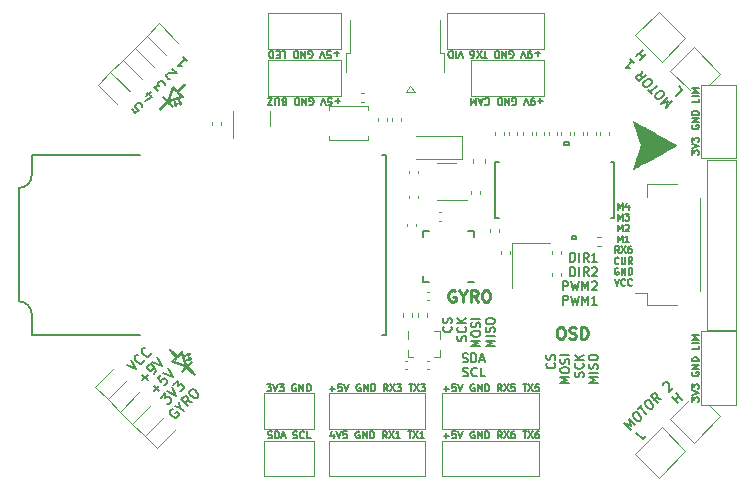
<source format=gto>
%TF.GenerationSoftware,KiCad,Pcbnew,(6.0.0-0)*%
%TF.CreationDate,2022-01-25T22:05:00-05:00*%
%TF.ProjectId,Autodrone_V2,4175746f-6472-46f6-9e65-5f56322e6b69,rev?*%
%TF.SameCoordinates,Original*%
%TF.FileFunction,Legend,Top*%
%TF.FilePolarity,Positive*%
%FSLAX46Y46*%
G04 Gerber Fmt 4.6, Leading zero omitted, Abs format (unit mm)*
G04 Created by KiCad (PCBNEW (6.0.0-0)) date 2022-01-25 22:05:00*
%MOMM*%
%LPD*%
G01*
G04 APERTURE LIST*
%ADD10C,0.120000*%
%ADD11C,0.150000*%
%ADD12C,0.207500*%
%ADD13C,0.200000*%
%ADD14C,0.187500*%
%ADD15C,0.250000*%
%ADD16C,0.142500*%
%ADD17C,0.100000*%
%ADD18C,0.152400*%
%ADD19C,0.010000*%
G04 APERTURE END LIST*
D10*
X123220387Y-77112203D02*
X122290000Y-78050000D01*
X123220387Y-106087797D02*
X122270000Y-105150000D01*
X120550000Y-104740000D02*
X118949462Y-106342355D01*
X121580000Y-98950000D02*
X121580000Y-104440000D01*
X124580000Y-78050000D02*
X122290000Y-78050000D01*
X118949462Y-76857645D02*
X120630000Y-78540000D01*
X124580000Y-105150000D02*
X122290000Y-105150000D01*
X121580000Y-84250000D02*
X121580000Y-78760000D01*
D11*
X99787142Y-103782857D02*
X100244285Y-103782857D01*
X100015714Y-104011428D02*
X100015714Y-103554285D01*
X100815714Y-103411428D02*
X100530000Y-103411428D01*
X100501428Y-103697142D01*
X100530000Y-103668571D01*
X100587142Y-103640000D01*
X100730000Y-103640000D01*
X100787142Y-103668571D01*
X100815714Y-103697142D01*
X100844285Y-103754285D01*
X100844285Y-103897142D01*
X100815714Y-103954285D01*
X100787142Y-103982857D01*
X100730000Y-104011428D01*
X100587142Y-104011428D01*
X100530000Y-103982857D01*
X100501428Y-103954285D01*
X101015714Y-103411428D02*
X101215714Y-104011428D01*
X101415714Y-103411428D01*
X102387142Y-103440000D02*
X102330000Y-103411428D01*
X102244285Y-103411428D01*
X102158571Y-103440000D01*
X102101428Y-103497142D01*
X102072857Y-103554285D01*
X102044285Y-103668571D01*
X102044285Y-103754285D01*
X102072857Y-103868571D01*
X102101428Y-103925714D01*
X102158571Y-103982857D01*
X102244285Y-104011428D01*
X102301428Y-104011428D01*
X102387142Y-103982857D01*
X102415714Y-103954285D01*
X102415714Y-103754285D01*
X102301428Y-103754285D01*
X102672857Y-104011428D02*
X102672857Y-103411428D01*
X103015714Y-104011428D01*
X103015714Y-103411428D01*
X103301428Y-104011428D02*
X103301428Y-103411428D01*
X103444285Y-103411428D01*
X103530000Y-103440000D01*
X103587142Y-103497142D01*
X103615714Y-103554285D01*
X103644285Y-103668571D01*
X103644285Y-103754285D01*
X103615714Y-103868571D01*
X103587142Y-103925714D01*
X103530000Y-103982857D01*
X103444285Y-104011428D01*
X103301428Y-104011428D01*
X104701428Y-104011428D02*
X104501428Y-103725714D01*
X104358571Y-104011428D02*
X104358571Y-103411428D01*
X104587142Y-103411428D01*
X104644285Y-103440000D01*
X104672857Y-103468571D01*
X104701428Y-103525714D01*
X104701428Y-103611428D01*
X104672857Y-103668571D01*
X104644285Y-103697142D01*
X104587142Y-103725714D01*
X104358571Y-103725714D01*
X104901428Y-103411428D02*
X105301428Y-104011428D01*
X105301428Y-103411428D02*
X104901428Y-104011428D01*
X105815714Y-103411428D02*
X105530000Y-103411428D01*
X105501428Y-103697142D01*
X105530000Y-103668571D01*
X105587142Y-103640000D01*
X105730000Y-103640000D01*
X105787142Y-103668571D01*
X105815714Y-103697142D01*
X105844285Y-103754285D01*
X105844285Y-103897142D01*
X105815714Y-103954285D01*
X105787142Y-103982857D01*
X105730000Y-104011428D01*
X105587142Y-104011428D01*
X105530000Y-103982857D01*
X105501428Y-103954285D01*
X106472857Y-103411428D02*
X106815714Y-103411428D01*
X106644285Y-104011428D02*
X106644285Y-103411428D01*
X106958571Y-103411428D02*
X107358571Y-104011428D01*
X107358571Y-103411428D02*
X106958571Y-104011428D01*
X107872857Y-103411428D02*
X107587142Y-103411428D01*
X107558571Y-103697142D01*
X107587142Y-103668571D01*
X107644285Y-103640000D01*
X107787142Y-103640000D01*
X107844285Y-103668571D01*
X107872857Y-103697142D01*
X107901428Y-103754285D01*
X107901428Y-103897142D01*
X107872857Y-103954285D01*
X107844285Y-103982857D01*
X107787142Y-104011428D01*
X107644285Y-104011428D01*
X107587142Y-103982857D01*
X107558571Y-103954285D01*
X99787142Y-107782857D02*
X100244285Y-107782857D01*
X100015714Y-108011428D02*
X100015714Y-107554285D01*
X100815714Y-107411428D02*
X100530000Y-107411428D01*
X100501428Y-107697142D01*
X100530000Y-107668571D01*
X100587142Y-107640000D01*
X100730000Y-107640000D01*
X100787142Y-107668571D01*
X100815714Y-107697142D01*
X100844285Y-107754285D01*
X100844285Y-107897142D01*
X100815714Y-107954285D01*
X100787142Y-107982857D01*
X100730000Y-108011428D01*
X100587142Y-108011428D01*
X100530000Y-107982857D01*
X100501428Y-107954285D01*
X101015714Y-107411428D02*
X101215714Y-108011428D01*
X101415714Y-107411428D01*
X102387142Y-107440000D02*
X102330000Y-107411428D01*
X102244285Y-107411428D01*
X102158571Y-107440000D01*
X102101428Y-107497142D01*
X102072857Y-107554285D01*
X102044285Y-107668571D01*
X102044285Y-107754285D01*
X102072857Y-107868571D01*
X102101428Y-107925714D01*
X102158571Y-107982857D01*
X102244285Y-108011428D01*
X102301428Y-108011428D01*
X102387142Y-107982857D01*
X102415714Y-107954285D01*
X102415714Y-107754285D01*
X102301428Y-107754285D01*
X102672857Y-108011428D02*
X102672857Y-107411428D01*
X103015714Y-108011428D01*
X103015714Y-107411428D01*
X103301428Y-108011428D02*
X103301428Y-107411428D01*
X103444285Y-107411428D01*
X103530000Y-107440000D01*
X103587142Y-107497142D01*
X103615714Y-107554285D01*
X103644285Y-107668571D01*
X103644285Y-107754285D01*
X103615714Y-107868571D01*
X103587142Y-107925714D01*
X103530000Y-107982857D01*
X103444285Y-108011428D01*
X103301428Y-108011428D01*
X104701428Y-108011428D02*
X104501428Y-107725714D01*
X104358571Y-108011428D02*
X104358571Y-107411428D01*
X104587142Y-107411428D01*
X104644285Y-107440000D01*
X104672857Y-107468571D01*
X104701428Y-107525714D01*
X104701428Y-107611428D01*
X104672857Y-107668571D01*
X104644285Y-107697142D01*
X104587142Y-107725714D01*
X104358571Y-107725714D01*
X104901428Y-107411428D02*
X105301428Y-108011428D01*
X105301428Y-107411428D02*
X104901428Y-108011428D01*
X105787142Y-107411428D02*
X105672857Y-107411428D01*
X105615714Y-107440000D01*
X105587142Y-107468571D01*
X105530000Y-107554285D01*
X105501428Y-107668571D01*
X105501428Y-107897142D01*
X105530000Y-107954285D01*
X105558571Y-107982857D01*
X105615714Y-108011428D01*
X105730000Y-108011428D01*
X105787142Y-107982857D01*
X105815714Y-107954285D01*
X105844285Y-107897142D01*
X105844285Y-107754285D01*
X105815714Y-107697142D01*
X105787142Y-107668571D01*
X105730000Y-107640000D01*
X105615714Y-107640000D01*
X105558571Y-107668571D01*
X105530000Y-107697142D01*
X105501428Y-107754285D01*
X106472857Y-107411428D02*
X106815714Y-107411428D01*
X106644285Y-108011428D02*
X106644285Y-107411428D01*
X106958571Y-107411428D02*
X107358571Y-108011428D01*
X107358571Y-107411428D02*
X106958571Y-108011428D01*
X107844285Y-107411428D02*
X107730000Y-107411428D01*
X107672857Y-107440000D01*
X107644285Y-107468571D01*
X107587142Y-107554285D01*
X107558571Y-107668571D01*
X107558571Y-107897142D01*
X107587142Y-107954285D01*
X107615714Y-107982857D01*
X107672857Y-108011428D01*
X107787142Y-108011428D01*
X107844285Y-107982857D01*
X107872857Y-107954285D01*
X107901428Y-107897142D01*
X107901428Y-107754285D01*
X107872857Y-107697142D01*
X107844285Y-107668571D01*
X107787142Y-107640000D01*
X107672857Y-107640000D01*
X107615714Y-107668571D01*
X107587142Y-107697142D01*
X107558571Y-107754285D01*
X90480000Y-107611428D02*
X90480000Y-108011428D01*
X90337142Y-107382857D02*
X90194285Y-107811428D01*
X90565714Y-107811428D01*
X90708571Y-107411428D02*
X90908571Y-108011428D01*
X91108571Y-107411428D01*
X91594285Y-107411428D02*
X91308571Y-107411428D01*
X91280000Y-107697142D01*
X91308571Y-107668571D01*
X91365714Y-107640000D01*
X91508571Y-107640000D01*
X91565714Y-107668571D01*
X91594285Y-107697142D01*
X91622857Y-107754285D01*
X91622857Y-107897142D01*
X91594285Y-107954285D01*
X91565714Y-107982857D01*
X91508571Y-108011428D01*
X91365714Y-108011428D01*
X91308571Y-107982857D01*
X91280000Y-107954285D01*
X92651428Y-107440000D02*
X92594285Y-107411428D01*
X92508571Y-107411428D01*
X92422857Y-107440000D01*
X92365714Y-107497142D01*
X92337142Y-107554285D01*
X92308571Y-107668571D01*
X92308571Y-107754285D01*
X92337142Y-107868571D01*
X92365714Y-107925714D01*
X92422857Y-107982857D01*
X92508571Y-108011428D01*
X92565714Y-108011428D01*
X92651428Y-107982857D01*
X92680000Y-107954285D01*
X92680000Y-107754285D01*
X92565714Y-107754285D01*
X92937142Y-108011428D02*
X92937142Y-107411428D01*
X93280000Y-108011428D01*
X93280000Y-107411428D01*
X93565714Y-108011428D02*
X93565714Y-107411428D01*
X93708571Y-107411428D01*
X93794285Y-107440000D01*
X93851428Y-107497142D01*
X93880000Y-107554285D01*
X93908571Y-107668571D01*
X93908571Y-107754285D01*
X93880000Y-107868571D01*
X93851428Y-107925714D01*
X93794285Y-107982857D01*
X93708571Y-108011428D01*
X93565714Y-108011428D01*
X94965714Y-108011428D02*
X94765714Y-107725714D01*
X94622857Y-108011428D02*
X94622857Y-107411428D01*
X94851428Y-107411428D01*
X94908571Y-107440000D01*
X94937142Y-107468571D01*
X94965714Y-107525714D01*
X94965714Y-107611428D01*
X94937142Y-107668571D01*
X94908571Y-107697142D01*
X94851428Y-107725714D01*
X94622857Y-107725714D01*
X95165714Y-107411428D02*
X95565714Y-108011428D01*
X95565714Y-107411428D02*
X95165714Y-108011428D01*
X96108571Y-108011428D02*
X95765714Y-108011428D01*
X95937142Y-108011428D02*
X95937142Y-107411428D01*
X95880000Y-107497142D01*
X95822857Y-107554285D01*
X95765714Y-107582857D01*
X96737142Y-107411428D02*
X97080000Y-107411428D01*
X96908571Y-108011428D02*
X96908571Y-107411428D01*
X97222857Y-107411428D02*
X97622857Y-108011428D01*
X97622857Y-107411428D02*
X97222857Y-108011428D01*
X98165714Y-108011428D02*
X97822857Y-108011428D01*
X97994285Y-108011428D02*
X97994285Y-107411428D01*
X97937142Y-107497142D01*
X97880000Y-107554285D01*
X97822857Y-107582857D01*
X84904285Y-107982857D02*
X84990000Y-108011428D01*
X85132857Y-108011428D01*
X85190000Y-107982857D01*
X85218571Y-107954285D01*
X85247142Y-107897142D01*
X85247142Y-107840000D01*
X85218571Y-107782857D01*
X85190000Y-107754285D01*
X85132857Y-107725714D01*
X85018571Y-107697142D01*
X84961428Y-107668571D01*
X84932857Y-107640000D01*
X84904285Y-107582857D01*
X84904285Y-107525714D01*
X84932857Y-107468571D01*
X84961428Y-107440000D01*
X85018571Y-107411428D01*
X85161428Y-107411428D01*
X85247142Y-107440000D01*
X85504285Y-108011428D02*
X85504285Y-107411428D01*
X85647142Y-107411428D01*
X85732857Y-107440000D01*
X85790000Y-107497142D01*
X85818571Y-107554285D01*
X85847142Y-107668571D01*
X85847142Y-107754285D01*
X85818571Y-107868571D01*
X85790000Y-107925714D01*
X85732857Y-107982857D01*
X85647142Y-108011428D01*
X85504285Y-108011428D01*
X86075714Y-107840000D02*
X86361428Y-107840000D01*
X86018571Y-108011428D02*
X86218571Y-107411428D01*
X86418571Y-108011428D01*
X87047142Y-107982857D02*
X87132857Y-108011428D01*
X87275714Y-108011428D01*
X87332857Y-107982857D01*
X87361428Y-107954285D01*
X87390000Y-107897142D01*
X87390000Y-107840000D01*
X87361428Y-107782857D01*
X87332857Y-107754285D01*
X87275714Y-107725714D01*
X87161428Y-107697142D01*
X87104285Y-107668571D01*
X87075714Y-107640000D01*
X87047142Y-107582857D01*
X87047142Y-107525714D01*
X87075714Y-107468571D01*
X87104285Y-107440000D01*
X87161428Y-107411428D01*
X87304285Y-107411428D01*
X87390000Y-107440000D01*
X87990000Y-107954285D02*
X87961428Y-107982857D01*
X87875714Y-108011428D01*
X87818571Y-108011428D01*
X87732857Y-107982857D01*
X87675714Y-107925714D01*
X87647142Y-107868571D01*
X87618571Y-107754285D01*
X87618571Y-107668571D01*
X87647142Y-107554285D01*
X87675714Y-107497142D01*
X87732857Y-107440000D01*
X87818571Y-107411428D01*
X87875714Y-107411428D01*
X87961428Y-107440000D01*
X87990000Y-107468571D01*
X88532857Y-108011428D02*
X88247142Y-108011428D01*
X88247142Y-107411428D01*
X84804285Y-103411428D02*
X85175714Y-103411428D01*
X84975714Y-103640000D01*
X85061428Y-103640000D01*
X85118571Y-103668571D01*
X85147142Y-103697142D01*
X85175714Y-103754285D01*
X85175714Y-103897142D01*
X85147142Y-103954285D01*
X85118571Y-103982857D01*
X85061428Y-104011428D01*
X84890000Y-104011428D01*
X84832857Y-103982857D01*
X84804285Y-103954285D01*
X85347142Y-103411428D02*
X85547142Y-104011428D01*
X85747142Y-103411428D01*
X85890000Y-103411428D02*
X86261428Y-103411428D01*
X86061428Y-103640000D01*
X86147142Y-103640000D01*
X86204285Y-103668571D01*
X86232857Y-103697142D01*
X86261428Y-103754285D01*
X86261428Y-103897142D01*
X86232857Y-103954285D01*
X86204285Y-103982857D01*
X86147142Y-104011428D01*
X85975714Y-104011428D01*
X85918571Y-103982857D01*
X85890000Y-103954285D01*
X87290000Y-103440000D02*
X87232857Y-103411428D01*
X87147142Y-103411428D01*
X87061428Y-103440000D01*
X87004285Y-103497142D01*
X86975714Y-103554285D01*
X86947142Y-103668571D01*
X86947142Y-103754285D01*
X86975714Y-103868571D01*
X87004285Y-103925714D01*
X87061428Y-103982857D01*
X87147142Y-104011428D01*
X87204285Y-104011428D01*
X87290000Y-103982857D01*
X87318571Y-103954285D01*
X87318571Y-103754285D01*
X87204285Y-103754285D01*
X87575714Y-104011428D02*
X87575714Y-103411428D01*
X87918571Y-104011428D01*
X87918571Y-103411428D01*
X88204285Y-104011428D02*
X88204285Y-103411428D01*
X88347142Y-103411428D01*
X88432857Y-103440000D01*
X88490000Y-103497142D01*
X88518571Y-103554285D01*
X88547142Y-103668571D01*
X88547142Y-103754285D01*
X88518571Y-103868571D01*
X88490000Y-103925714D01*
X88432857Y-103982857D01*
X88347142Y-104011428D01*
X88204285Y-104011428D01*
X90957142Y-75417142D02*
X90500000Y-75417142D01*
X90728571Y-75188571D02*
X90728571Y-75645714D01*
X89928571Y-75788571D02*
X90214285Y-75788571D01*
X90242857Y-75502857D01*
X90214285Y-75531428D01*
X90157142Y-75560000D01*
X90014285Y-75560000D01*
X89957142Y-75531428D01*
X89928571Y-75502857D01*
X89900000Y-75445714D01*
X89900000Y-75302857D01*
X89928571Y-75245714D01*
X89957142Y-75217142D01*
X90014285Y-75188571D01*
X90157142Y-75188571D01*
X90214285Y-75217142D01*
X90242857Y-75245714D01*
X89728571Y-75788571D02*
X89528571Y-75188571D01*
X89328571Y-75788571D01*
X88357142Y-75760000D02*
X88414285Y-75788571D01*
X88500000Y-75788571D01*
X88585714Y-75760000D01*
X88642857Y-75702857D01*
X88671428Y-75645714D01*
X88700000Y-75531428D01*
X88700000Y-75445714D01*
X88671428Y-75331428D01*
X88642857Y-75274285D01*
X88585714Y-75217142D01*
X88500000Y-75188571D01*
X88442857Y-75188571D01*
X88357142Y-75217142D01*
X88328571Y-75245714D01*
X88328571Y-75445714D01*
X88442857Y-75445714D01*
X88071428Y-75188571D02*
X88071428Y-75788571D01*
X87728571Y-75188571D01*
X87728571Y-75788571D01*
X87442857Y-75188571D02*
X87442857Y-75788571D01*
X87300000Y-75788571D01*
X87214285Y-75760000D01*
X87157142Y-75702857D01*
X87128571Y-75645714D01*
X87100000Y-75531428D01*
X87100000Y-75445714D01*
X87128571Y-75331428D01*
X87157142Y-75274285D01*
X87214285Y-75217142D01*
X87300000Y-75188571D01*
X87442857Y-75188571D01*
X86100000Y-75188571D02*
X86385714Y-75188571D01*
X86385714Y-75788571D01*
X85900000Y-75502857D02*
X85700000Y-75502857D01*
X85614285Y-75188571D02*
X85900000Y-75188571D01*
X85900000Y-75788571D01*
X85614285Y-75788571D01*
X85357142Y-75188571D02*
X85357142Y-75788571D01*
X85214285Y-75788571D01*
X85128571Y-75760000D01*
X85071428Y-75702857D01*
X85042857Y-75645714D01*
X85014285Y-75531428D01*
X85014285Y-75445714D01*
X85042857Y-75331428D01*
X85071428Y-75274285D01*
X85128571Y-75217142D01*
X85214285Y-75188571D01*
X85357142Y-75188571D01*
X91032857Y-79417142D02*
X90575714Y-79417142D01*
X90804285Y-79188571D02*
X90804285Y-79645714D01*
X90004285Y-79788571D02*
X90290000Y-79788571D01*
X90318571Y-79502857D01*
X90290000Y-79531428D01*
X90232857Y-79560000D01*
X90090000Y-79560000D01*
X90032857Y-79531428D01*
X90004285Y-79502857D01*
X89975714Y-79445714D01*
X89975714Y-79302857D01*
X90004285Y-79245714D01*
X90032857Y-79217142D01*
X90090000Y-79188571D01*
X90232857Y-79188571D01*
X90290000Y-79217142D01*
X90318571Y-79245714D01*
X89804285Y-79788571D02*
X89604285Y-79188571D01*
X89404285Y-79788571D01*
X88432857Y-79760000D02*
X88490000Y-79788571D01*
X88575714Y-79788571D01*
X88661428Y-79760000D01*
X88718571Y-79702857D01*
X88747142Y-79645714D01*
X88775714Y-79531428D01*
X88775714Y-79445714D01*
X88747142Y-79331428D01*
X88718571Y-79274285D01*
X88661428Y-79217142D01*
X88575714Y-79188571D01*
X88518571Y-79188571D01*
X88432857Y-79217142D01*
X88404285Y-79245714D01*
X88404285Y-79445714D01*
X88518571Y-79445714D01*
X88147142Y-79188571D02*
X88147142Y-79788571D01*
X87804285Y-79188571D01*
X87804285Y-79788571D01*
X87518571Y-79188571D02*
X87518571Y-79788571D01*
X87375714Y-79788571D01*
X87290000Y-79760000D01*
X87232857Y-79702857D01*
X87204285Y-79645714D01*
X87175714Y-79531428D01*
X87175714Y-79445714D01*
X87204285Y-79331428D01*
X87232857Y-79274285D01*
X87290000Y-79217142D01*
X87375714Y-79188571D01*
X87518571Y-79188571D01*
X86261428Y-79502857D02*
X86175714Y-79474285D01*
X86147142Y-79445714D01*
X86118571Y-79388571D01*
X86118571Y-79302857D01*
X86147142Y-79245714D01*
X86175714Y-79217142D01*
X86232857Y-79188571D01*
X86461428Y-79188571D01*
X86461428Y-79788571D01*
X86261428Y-79788571D01*
X86204285Y-79760000D01*
X86175714Y-79731428D01*
X86147142Y-79674285D01*
X86147142Y-79617142D01*
X86175714Y-79560000D01*
X86204285Y-79531428D01*
X86261428Y-79502857D01*
X86461428Y-79502857D01*
X85861428Y-79788571D02*
X85861428Y-79302857D01*
X85832857Y-79245714D01*
X85804285Y-79217142D01*
X85747142Y-79188571D01*
X85632857Y-79188571D01*
X85575714Y-79217142D01*
X85547142Y-79245714D01*
X85518571Y-79302857D01*
X85518571Y-79788571D01*
X85290000Y-79788571D02*
X84890000Y-79788571D01*
X85290000Y-79188571D01*
X84890000Y-79188571D01*
X107971428Y-75417142D02*
X107514285Y-75417142D01*
X107742857Y-75188571D02*
X107742857Y-75645714D01*
X107200000Y-75188571D02*
X107085714Y-75188571D01*
X107028571Y-75217142D01*
X107000000Y-75245714D01*
X106942857Y-75331428D01*
X106914285Y-75445714D01*
X106914285Y-75674285D01*
X106942857Y-75731428D01*
X106971428Y-75760000D01*
X107028571Y-75788571D01*
X107142857Y-75788571D01*
X107200000Y-75760000D01*
X107228571Y-75731428D01*
X107257142Y-75674285D01*
X107257142Y-75531428D01*
X107228571Y-75474285D01*
X107200000Y-75445714D01*
X107142857Y-75417142D01*
X107028571Y-75417142D01*
X106971428Y-75445714D01*
X106942857Y-75474285D01*
X106914285Y-75531428D01*
X106742857Y-75788571D02*
X106542857Y-75188571D01*
X106342857Y-75788571D01*
X105371428Y-75760000D02*
X105428571Y-75788571D01*
X105514285Y-75788571D01*
X105600000Y-75760000D01*
X105657142Y-75702857D01*
X105685714Y-75645714D01*
X105714285Y-75531428D01*
X105714285Y-75445714D01*
X105685714Y-75331428D01*
X105657142Y-75274285D01*
X105600000Y-75217142D01*
X105514285Y-75188571D01*
X105457142Y-75188571D01*
X105371428Y-75217142D01*
X105342857Y-75245714D01*
X105342857Y-75445714D01*
X105457142Y-75445714D01*
X105085714Y-75188571D02*
X105085714Y-75788571D01*
X104742857Y-75188571D01*
X104742857Y-75788571D01*
X104457142Y-75188571D02*
X104457142Y-75788571D01*
X104314285Y-75788571D01*
X104228571Y-75760000D01*
X104171428Y-75702857D01*
X104142857Y-75645714D01*
X104114285Y-75531428D01*
X104114285Y-75445714D01*
X104142857Y-75331428D01*
X104171428Y-75274285D01*
X104228571Y-75217142D01*
X104314285Y-75188571D01*
X104457142Y-75188571D01*
X103485714Y-75788571D02*
X103142857Y-75788571D01*
X103314285Y-75188571D02*
X103314285Y-75788571D01*
X103000000Y-75788571D02*
X102600000Y-75188571D01*
X102600000Y-75788571D02*
X103000000Y-75188571D01*
X102114285Y-75788571D02*
X102228571Y-75788571D01*
X102285714Y-75760000D01*
X102314285Y-75731428D01*
X102371428Y-75645714D01*
X102400000Y-75531428D01*
X102400000Y-75302857D01*
X102371428Y-75245714D01*
X102342857Y-75217142D01*
X102285714Y-75188571D01*
X102171428Y-75188571D01*
X102114285Y-75217142D01*
X102085714Y-75245714D01*
X102057142Y-75302857D01*
X102057142Y-75445714D01*
X102085714Y-75502857D01*
X102114285Y-75531428D01*
X102171428Y-75560000D01*
X102285714Y-75560000D01*
X102342857Y-75531428D01*
X102371428Y-75502857D01*
X102400000Y-75445714D01*
X101428571Y-75788571D02*
X101228571Y-75188571D01*
X101028571Y-75788571D01*
X100828571Y-75188571D02*
X100828571Y-75788571D01*
X100542857Y-75188571D02*
X100542857Y-75788571D01*
X100400000Y-75788571D01*
X100314285Y-75760000D01*
X100257142Y-75702857D01*
X100228571Y-75645714D01*
X100200000Y-75531428D01*
X100200000Y-75445714D01*
X100228571Y-75331428D01*
X100257142Y-75274285D01*
X100314285Y-75217142D01*
X100400000Y-75188571D01*
X100542857Y-75188571D01*
X108212857Y-79417142D02*
X107755714Y-79417142D01*
X107984285Y-79188571D02*
X107984285Y-79645714D01*
X107441428Y-79188571D02*
X107327142Y-79188571D01*
X107270000Y-79217142D01*
X107241428Y-79245714D01*
X107184285Y-79331428D01*
X107155714Y-79445714D01*
X107155714Y-79674285D01*
X107184285Y-79731428D01*
X107212857Y-79760000D01*
X107270000Y-79788571D01*
X107384285Y-79788571D01*
X107441428Y-79760000D01*
X107470000Y-79731428D01*
X107498571Y-79674285D01*
X107498571Y-79531428D01*
X107470000Y-79474285D01*
X107441428Y-79445714D01*
X107384285Y-79417142D01*
X107270000Y-79417142D01*
X107212857Y-79445714D01*
X107184285Y-79474285D01*
X107155714Y-79531428D01*
X106984285Y-79788571D02*
X106784285Y-79188571D01*
X106584285Y-79788571D01*
X105612857Y-79760000D02*
X105670000Y-79788571D01*
X105755714Y-79788571D01*
X105841428Y-79760000D01*
X105898571Y-79702857D01*
X105927142Y-79645714D01*
X105955714Y-79531428D01*
X105955714Y-79445714D01*
X105927142Y-79331428D01*
X105898571Y-79274285D01*
X105841428Y-79217142D01*
X105755714Y-79188571D01*
X105698571Y-79188571D01*
X105612857Y-79217142D01*
X105584285Y-79245714D01*
X105584285Y-79445714D01*
X105698571Y-79445714D01*
X105327142Y-79188571D02*
X105327142Y-79788571D01*
X104984285Y-79188571D01*
X104984285Y-79788571D01*
X104698571Y-79188571D02*
X104698571Y-79788571D01*
X104555714Y-79788571D01*
X104470000Y-79760000D01*
X104412857Y-79702857D01*
X104384285Y-79645714D01*
X104355714Y-79531428D01*
X104355714Y-79445714D01*
X104384285Y-79331428D01*
X104412857Y-79274285D01*
X104470000Y-79217142D01*
X104555714Y-79188571D01*
X104698571Y-79188571D01*
X103298571Y-79245714D02*
X103327142Y-79217142D01*
X103412857Y-79188571D01*
X103470000Y-79188571D01*
X103555714Y-79217142D01*
X103612857Y-79274285D01*
X103641428Y-79331428D01*
X103670000Y-79445714D01*
X103670000Y-79531428D01*
X103641428Y-79645714D01*
X103612857Y-79702857D01*
X103555714Y-79760000D01*
X103470000Y-79788571D01*
X103412857Y-79788571D01*
X103327142Y-79760000D01*
X103298571Y-79731428D01*
X103070000Y-79360000D02*
X102784285Y-79360000D01*
X103127142Y-79188571D02*
X102927142Y-79788571D01*
X102727142Y-79188571D01*
X102527142Y-79188571D02*
X102527142Y-79788571D01*
X102327142Y-79360000D01*
X102127142Y-79788571D01*
X102127142Y-79188571D01*
D12*
X72946257Y-101781320D02*
X73728789Y-102172586D01*
X73337523Y-101390054D01*
X74399530Y-101390054D02*
X74399530Y-101445949D01*
X74343635Y-101557740D01*
X74287740Y-101613635D01*
X74175949Y-101669530D01*
X74064159Y-101669530D01*
X73980317Y-101641582D01*
X73840579Y-101557740D01*
X73756736Y-101473897D01*
X73672894Y-101334159D01*
X73644946Y-101250317D01*
X73644946Y-101138526D01*
X73700841Y-101026736D01*
X73756736Y-100970841D01*
X73868526Y-100914946D01*
X73924422Y-100914946D01*
X74986429Y-100803156D02*
X74986429Y-100859051D01*
X74930533Y-100970841D01*
X74874638Y-101026736D01*
X74762848Y-101082631D01*
X74651058Y-101082631D01*
X74567215Y-101054684D01*
X74427477Y-100970841D01*
X74343635Y-100886998D01*
X74259792Y-100747261D01*
X74231845Y-100663418D01*
X74231845Y-100551628D01*
X74287740Y-100439838D01*
X74343635Y-100383942D01*
X74455425Y-100328047D01*
X74511320Y-100328047D01*
X74282430Y-103061598D02*
X74729591Y-102614437D01*
X74729591Y-103061598D02*
X74282430Y-102614437D01*
X75260594Y-102530594D02*
X75372384Y-102418804D01*
X75400332Y-102334961D01*
X75400332Y-102279066D01*
X75372384Y-102139329D01*
X75288542Y-101999591D01*
X75064961Y-101776010D01*
X74981119Y-101748063D01*
X74925224Y-101748063D01*
X74841381Y-101776010D01*
X74729591Y-101887801D01*
X74701643Y-101971643D01*
X74701643Y-102027538D01*
X74729591Y-102111381D01*
X74869329Y-102251119D01*
X74953171Y-102279066D01*
X75009066Y-102279066D01*
X75092909Y-102251119D01*
X75204699Y-102139329D01*
X75232647Y-102055486D01*
X75232647Y-101999591D01*
X75204699Y-101915748D01*
X75120856Y-101496535D02*
X75903388Y-101887801D01*
X75512122Y-101105269D01*
X75227337Y-104006505D02*
X75674498Y-103559344D01*
X75674498Y-104006505D02*
X75227337Y-103559344D01*
X75870131Y-102637075D02*
X75590655Y-102916550D01*
X75842183Y-103223973D01*
X75842183Y-103168078D01*
X75870131Y-103084236D01*
X76009868Y-102944498D01*
X76093711Y-102916550D01*
X76149606Y-102916550D01*
X76233449Y-102944498D01*
X76373187Y-103084236D01*
X76401134Y-103168078D01*
X76401134Y-103223973D01*
X76373187Y-103307816D01*
X76233449Y-103447554D01*
X76149606Y-103475501D01*
X76093711Y-103475501D01*
X76065763Y-102441442D02*
X76848295Y-102832708D01*
X76457029Y-102050176D01*
X75836873Y-104560146D02*
X76200191Y-104196828D01*
X76228139Y-104616041D01*
X76311982Y-104532198D01*
X76395824Y-104504251D01*
X76451719Y-104504251D01*
X76535562Y-104532198D01*
X76675300Y-104671936D01*
X76703247Y-104755779D01*
X76703247Y-104811674D01*
X76675300Y-104895517D01*
X76507615Y-105063202D01*
X76423772Y-105091150D01*
X76367877Y-105091150D01*
X76367877Y-104029143D02*
X77150408Y-104420408D01*
X76759143Y-103637877D01*
X76898880Y-103498139D02*
X77262198Y-103134821D01*
X77290146Y-103554034D01*
X77373989Y-103470191D01*
X77457831Y-103442244D01*
X77513726Y-103442244D01*
X77597569Y-103470191D01*
X77737307Y-103609929D01*
X77765254Y-103693772D01*
X77765254Y-103749667D01*
X77737307Y-103833510D01*
X77569622Y-104001195D01*
X77485779Y-104029143D01*
X77429884Y-104029143D01*
X76837675Y-105505053D02*
X76753833Y-105533001D01*
X76669990Y-105616843D01*
X76614095Y-105728633D01*
X76614095Y-105840424D01*
X76642042Y-105924266D01*
X76725885Y-106064004D01*
X76809728Y-106147847D01*
X76949466Y-106231689D01*
X77033308Y-106259637D01*
X77145098Y-106259637D01*
X77256889Y-106203742D01*
X77312784Y-106147847D01*
X77368679Y-106036057D01*
X77368679Y-105980161D01*
X77173046Y-105784529D01*
X77061256Y-105896319D01*
X77508417Y-105393263D02*
X77787892Y-105672738D01*
X77005361Y-105281473D02*
X77508417Y-105393263D01*
X77396626Y-104890207D01*
X78514529Y-104946102D02*
X78039420Y-104862259D01*
X78179158Y-105281473D02*
X77592259Y-104694574D01*
X77815840Y-104470994D01*
X77899682Y-104443046D01*
X77955577Y-104443046D01*
X78039420Y-104470994D01*
X78123263Y-104554836D01*
X78151210Y-104638679D01*
X78151210Y-104694574D01*
X78123263Y-104778417D01*
X77899682Y-105001997D01*
X78290948Y-103995885D02*
X78402738Y-103884095D01*
X78486581Y-103856147D01*
X78598371Y-103856147D01*
X78738109Y-103939990D01*
X78933742Y-104135623D01*
X79017585Y-104275361D01*
X79017585Y-104387151D01*
X78989637Y-104470994D01*
X78877847Y-104582784D01*
X78794004Y-104610731D01*
X78682214Y-104610731D01*
X78542476Y-104526889D01*
X78346843Y-104331256D01*
X78263001Y-104191518D01*
X78263001Y-104079728D01*
X78290948Y-103995885D01*
D11*
X120791428Y-83992857D02*
X120791428Y-83621428D01*
X121020000Y-83821428D01*
X121020000Y-83735714D01*
X121048571Y-83678571D01*
X121077142Y-83650000D01*
X121134285Y-83621428D01*
X121277142Y-83621428D01*
X121334285Y-83650000D01*
X121362857Y-83678571D01*
X121391428Y-83735714D01*
X121391428Y-83907142D01*
X121362857Y-83964285D01*
X121334285Y-83992857D01*
X120791428Y-83450000D02*
X121391428Y-83250000D01*
X120791428Y-83050000D01*
X120791428Y-82907142D02*
X120791428Y-82535714D01*
X121020000Y-82735714D01*
X121020000Y-82650000D01*
X121048571Y-82592857D01*
X121077142Y-82564285D01*
X121134285Y-82535714D01*
X121277142Y-82535714D01*
X121334285Y-82564285D01*
X121362857Y-82592857D01*
X121391428Y-82650000D01*
X121391428Y-82821428D01*
X121362857Y-82878571D01*
X121334285Y-82907142D01*
X120820000Y-81507142D02*
X120791428Y-81564285D01*
X120791428Y-81650000D01*
X120820000Y-81735714D01*
X120877142Y-81792857D01*
X120934285Y-81821428D01*
X121048571Y-81850000D01*
X121134285Y-81850000D01*
X121248571Y-81821428D01*
X121305714Y-81792857D01*
X121362857Y-81735714D01*
X121391428Y-81650000D01*
X121391428Y-81592857D01*
X121362857Y-81507142D01*
X121334285Y-81478571D01*
X121134285Y-81478571D01*
X121134285Y-81592857D01*
X121391428Y-81221428D02*
X120791428Y-81221428D01*
X121391428Y-80878571D01*
X120791428Y-80878571D01*
X121391428Y-80592857D02*
X120791428Y-80592857D01*
X120791428Y-80450000D01*
X120820000Y-80364285D01*
X120877142Y-80307142D01*
X120934285Y-80278571D01*
X121048571Y-80250000D01*
X121134285Y-80250000D01*
X121248571Y-80278571D01*
X121305714Y-80307142D01*
X121362857Y-80364285D01*
X121391428Y-80450000D01*
X121391428Y-80592857D01*
X121391428Y-79250000D02*
X121391428Y-79535714D01*
X120791428Y-79535714D01*
X121391428Y-79050000D02*
X120791428Y-79050000D01*
X121391428Y-78764285D02*
X120791428Y-78764285D01*
X121220000Y-78564285D01*
X120791428Y-78364285D01*
X121391428Y-78364285D01*
X120791428Y-104892857D02*
X120791428Y-104521428D01*
X121020000Y-104721428D01*
X121020000Y-104635714D01*
X121048571Y-104578571D01*
X121077142Y-104550000D01*
X121134285Y-104521428D01*
X121277142Y-104521428D01*
X121334285Y-104550000D01*
X121362857Y-104578571D01*
X121391428Y-104635714D01*
X121391428Y-104807142D01*
X121362857Y-104864285D01*
X121334285Y-104892857D01*
X120791428Y-104350000D02*
X121391428Y-104150000D01*
X120791428Y-103950000D01*
X120791428Y-103807142D02*
X120791428Y-103435714D01*
X121020000Y-103635714D01*
X121020000Y-103550000D01*
X121048571Y-103492857D01*
X121077142Y-103464285D01*
X121134285Y-103435714D01*
X121277142Y-103435714D01*
X121334285Y-103464285D01*
X121362857Y-103492857D01*
X121391428Y-103550000D01*
X121391428Y-103721428D01*
X121362857Y-103778571D01*
X121334285Y-103807142D01*
X120820000Y-102407142D02*
X120791428Y-102464285D01*
X120791428Y-102550000D01*
X120820000Y-102635714D01*
X120877142Y-102692857D01*
X120934285Y-102721428D01*
X121048571Y-102750000D01*
X121134285Y-102750000D01*
X121248571Y-102721428D01*
X121305714Y-102692857D01*
X121362857Y-102635714D01*
X121391428Y-102550000D01*
X121391428Y-102492857D01*
X121362857Y-102407142D01*
X121334285Y-102378571D01*
X121134285Y-102378571D01*
X121134285Y-102492857D01*
X121391428Y-102121428D02*
X120791428Y-102121428D01*
X121391428Y-101778571D01*
X120791428Y-101778571D01*
X121391428Y-101492857D02*
X120791428Y-101492857D01*
X120791428Y-101350000D01*
X120820000Y-101264285D01*
X120877142Y-101207142D01*
X120934285Y-101178571D01*
X121048571Y-101150000D01*
X121134285Y-101150000D01*
X121248571Y-101178571D01*
X121305714Y-101207142D01*
X121362857Y-101264285D01*
X121391428Y-101350000D01*
X121391428Y-101492857D01*
X121391428Y-100150000D02*
X121391428Y-100435714D01*
X120791428Y-100435714D01*
X121391428Y-99950000D02*
X120791428Y-99950000D01*
X121391428Y-99664285D02*
X120791428Y-99664285D01*
X121220000Y-99464285D01*
X120791428Y-99264285D01*
X121391428Y-99264285D01*
D12*
X73417251Y-80151073D02*
X73696726Y-80430548D01*
X74004149Y-80179020D01*
X73948254Y-80179020D01*
X73864412Y-80151073D01*
X73724674Y-80011335D01*
X73696726Y-79927492D01*
X73696726Y-79871597D01*
X73724674Y-79787754D01*
X73864412Y-79648017D01*
X73948254Y-79620069D01*
X74004149Y-79620069D01*
X74087992Y-79648017D01*
X74227730Y-79787754D01*
X74255677Y-79871597D01*
X74255677Y-79927492D01*
X74585738Y-79038480D02*
X74977004Y-78647215D01*
X74501896Y-79401798D02*
X75060847Y-79122323D01*
X74697529Y-78759005D01*
X75642436Y-78596629D02*
X75279117Y-78233311D01*
X75698331Y-78205363D01*
X75614488Y-78121521D01*
X75586540Y-78037678D01*
X75586540Y-77981783D01*
X75614488Y-77897940D01*
X75754226Y-77758203D01*
X75838068Y-77730255D01*
X75893963Y-77730255D01*
X75977806Y-77758203D01*
X76145491Y-77925888D01*
X76173439Y-78009731D01*
X76173439Y-78065626D01*
X76615290Y-77567880D02*
X76559395Y-77567880D01*
X76475552Y-77539932D01*
X76335815Y-77400194D01*
X76307867Y-77316352D01*
X76307867Y-77260456D01*
X76335815Y-77176614D01*
X76391710Y-77120719D01*
X76503500Y-77064824D01*
X77174241Y-77064824D01*
X76810923Y-76701505D01*
X77755830Y-75756598D02*
X78091201Y-76091969D01*
X77923515Y-75924284D02*
X77336617Y-76511182D01*
X77476354Y-76483235D01*
X77588145Y-76483235D01*
X77671987Y-76511182D01*
D13*
X119164928Y-79463871D02*
X118599242Y-80029556D01*
X118814741Y-79436934D01*
X118222119Y-79652433D01*
X118787804Y-79086747D01*
X117844995Y-79275309D02*
X117737245Y-79167560D01*
X117710308Y-79086747D01*
X117710308Y-78978998D01*
X117791120Y-78844311D01*
X117979682Y-78655749D01*
X118114369Y-78574937D01*
X118222119Y-78574937D01*
X118302931Y-78601874D01*
X118410680Y-78709624D01*
X118437618Y-78790436D01*
X118437618Y-78898186D01*
X118356806Y-79032873D01*
X118168244Y-79221434D01*
X118033557Y-79302247D01*
X117925807Y-79302247D01*
X117844995Y-79275309D01*
X117440934Y-78871248D02*
X117117685Y-78547999D01*
X117844995Y-78143938D02*
X117279310Y-78709624D01*
X116821374Y-78251688D02*
X116713624Y-78143938D01*
X116686687Y-78063126D01*
X116686687Y-77955377D01*
X116767499Y-77820689D01*
X116956061Y-77632128D01*
X117090748Y-77551315D01*
X117198497Y-77551315D01*
X117279310Y-77578253D01*
X117387059Y-77686002D01*
X117413997Y-77766815D01*
X117413997Y-77874564D01*
X117333184Y-78009251D01*
X117144623Y-78197813D01*
X117009935Y-78278625D01*
X116902186Y-78278625D01*
X116821374Y-78251688D01*
X116578937Y-76877880D02*
X116498125Y-77335816D01*
X116902186Y-77201129D02*
X116336500Y-77766815D01*
X116121001Y-77551315D01*
X116094064Y-77470503D01*
X116094064Y-77416628D01*
X116121001Y-77335816D01*
X116201813Y-77255004D01*
X116282626Y-77228067D01*
X116336500Y-77228067D01*
X116417313Y-77255004D01*
X116632812Y-77470503D01*
X115609191Y-75908134D02*
X115932439Y-76231383D01*
X115770815Y-76069758D02*
X115205130Y-76635444D01*
X115339817Y-76608506D01*
X115447566Y-76608506D01*
X115528378Y-76635444D01*
X119725495Y-78202931D02*
X119994869Y-78472305D01*
X119429184Y-79037990D01*
X116950943Y-75428378D02*
X116385258Y-75994064D01*
X116654632Y-75724690D02*
X116331383Y-75401441D01*
X116627694Y-75105130D02*
X116062009Y-75670815D01*
X115636128Y-107264928D02*
X115070443Y-106699242D01*
X115663065Y-106914741D01*
X115447566Y-106322119D01*
X116013252Y-106887804D01*
X115824690Y-105944995D02*
X115932439Y-105837245D01*
X116013252Y-105810308D01*
X116121001Y-105810308D01*
X116255688Y-105891120D01*
X116444250Y-106079682D01*
X116525062Y-106214369D01*
X116525062Y-106322119D01*
X116498125Y-106402931D01*
X116390375Y-106510680D01*
X116309563Y-106537618D01*
X116201813Y-106537618D01*
X116067126Y-106456806D01*
X115878565Y-106268244D01*
X115797752Y-106133557D01*
X115797752Y-106025807D01*
X115824690Y-105944995D01*
X116228751Y-105540934D02*
X116552000Y-105217685D01*
X116956061Y-105944995D02*
X116390375Y-105379310D01*
X116848311Y-104921374D02*
X116956061Y-104813624D01*
X117036873Y-104786687D01*
X117144623Y-104786687D01*
X117279310Y-104867499D01*
X117467871Y-105056061D01*
X117548684Y-105190748D01*
X117548684Y-105298497D01*
X117521746Y-105379310D01*
X117413997Y-105487059D01*
X117333184Y-105513997D01*
X117225435Y-105513997D01*
X117090748Y-105433184D01*
X116902186Y-105244623D01*
X116821374Y-105109935D01*
X116821374Y-105002186D01*
X116848311Y-104921374D01*
X118222119Y-104678937D02*
X117764183Y-104598125D01*
X117898870Y-105002186D02*
X117333184Y-104436500D01*
X117548684Y-104221001D01*
X117629496Y-104194064D01*
X117683371Y-104194064D01*
X117764183Y-104221001D01*
X117844995Y-104301813D01*
X117871932Y-104382626D01*
X117871932Y-104436500D01*
X117844995Y-104517313D01*
X117629496Y-104732812D01*
X118356806Y-103520629D02*
X118356806Y-103466754D01*
X118383743Y-103385942D01*
X118518430Y-103251255D01*
X118599242Y-103224317D01*
X118653117Y-103224317D01*
X118733929Y-103251255D01*
X118787804Y-103305130D01*
X118841679Y-103412879D01*
X118841679Y-104059377D01*
X119191865Y-103709191D01*
X116897068Y-107825495D02*
X116627694Y-108094869D01*
X116062009Y-107529184D01*
X119671621Y-105050943D02*
X119105935Y-104485258D01*
X119375309Y-104754632D02*
X119698558Y-104431383D01*
X119994869Y-104727694D02*
X119429184Y-104162009D01*
D14*
X100406607Y-98539017D02*
X100442321Y-98574732D01*
X100478035Y-98681875D01*
X100478035Y-98753303D01*
X100442321Y-98860446D01*
X100370892Y-98931875D01*
X100299464Y-98967589D01*
X100156607Y-99003303D01*
X100049464Y-99003303D01*
X99906607Y-98967589D01*
X99835178Y-98931875D01*
X99763750Y-98860446D01*
X99728035Y-98753303D01*
X99728035Y-98681875D01*
X99763750Y-98574732D01*
X99799464Y-98539017D01*
X100442321Y-98253303D02*
X100478035Y-98146160D01*
X100478035Y-97967589D01*
X100442321Y-97896160D01*
X100406607Y-97860446D01*
X100335178Y-97824732D01*
X100263750Y-97824732D01*
X100192321Y-97860446D01*
X100156607Y-97896160D01*
X100120892Y-97967589D01*
X100085178Y-98110446D01*
X100049464Y-98181875D01*
X100013750Y-98217589D01*
X99942321Y-98253303D01*
X99870892Y-98253303D01*
X99799464Y-98217589D01*
X99763750Y-98181875D01*
X99728035Y-98110446D01*
X99728035Y-97931875D01*
X99763750Y-97824732D01*
X101649821Y-99753303D02*
X101685535Y-99646160D01*
X101685535Y-99467589D01*
X101649821Y-99396160D01*
X101614107Y-99360446D01*
X101542678Y-99324732D01*
X101471250Y-99324732D01*
X101399821Y-99360446D01*
X101364107Y-99396160D01*
X101328392Y-99467589D01*
X101292678Y-99610446D01*
X101256964Y-99681875D01*
X101221250Y-99717589D01*
X101149821Y-99753303D01*
X101078392Y-99753303D01*
X101006964Y-99717589D01*
X100971250Y-99681875D01*
X100935535Y-99610446D01*
X100935535Y-99431875D01*
X100971250Y-99324732D01*
X101614107Y-98574732D02*
X101649821Y-98610446D01*
X101685535Y-98717589D01*
X101685535Y-98789017D01*
X101649821Y-98896160D01*
X101578392Y-98967589D01*
X101506964Y-99003303D01*
X101364107Y-99039017D01*
X101256964Y-99039017D01*
X101114107Y-99003303D01*
X101042678Y-98967589D01*
X100971250Y-98896160D01*
X100935535Y-98789017D01*
X100935535Y-98717589D01*
X100971250Y-98610446D01*
X101006964Y-98574732D01*
X101685535Y-98253303D02*
X100935535Y-98253303D01*
X101685535Y-97824732D02*
X101256964Y-98146160D01*
X100935535Y-97824732D02*
X101364107Y-98253303D01*
X102893035Y-100217589D02*
X102143035Y-100217589D01*
X102678750Y-99967589D01*
X102143035Y-99717589D01*
X102893035Y-99717589D01*
X102143035Y-99217589D02*
X102143035Y-99074732D01*
X102178750Y-99003303D01*
X102250178Y-98931875D01*
X102393035Y-98896160D01*
X102643035Y-98896160D01*
X102785892Y-98931875D01*
X102857321Y-99003303D01*
X102893035Y-99074732D01*
X102893035Y-99217589D01*
X102857321Y-99289017D01*
X102785892Y-99360446D01*
X102643035Y-99396160D01*
X102393035Y-99396160D01*
X102250178Y-99360446D01*
X102178750Y-99289017D01*
X102143035Y-99217589D01*
X102857321Y-98610446D02*
X102893035Y-98503303D01*
X102893035Y-98324732D01*
X102857321Y-98253303D01*
X102821607Y-98217589D01*
X102750178Y-98181875D01*
X102678750Y-98181875D01*
X102607321Y-98217589D01*
X102571607Y-98253303D01*
X102535892Y-98324732D01*
X102500178Y-98467589D01*
X102464464Y-98539017D01*
X102428750Y-98574732D01*
X102357321Y-98610446D01*
X102285892Y-98610446D01*
X102214464Y-98574732D01*
X102178750Y-98539017D01*
X102143035Y-98467589D01*
X102143035Y-98289017D01*
X102178750Y-98181875D01*
X102893035Y-97860446D02*
X102143035Y-97860446D01*
X104100535Y-100217589D02*
X103350535Y-100217589D01*
X103886250Y-99967589D01*
X103350535Y-99717589D01*
X104100535Y-99717589D01*
X104100535Y-99360446D02*
X103350535Y-99360446D01*
X104064821Y-99039017D02*
X104100535Y-98931875D01*
X104100535Y-98753303D01*
X104064821Y-98681875D01*
X104029107Y-98646160D01*
X103957678Y-98610446D01*
X103886250Y-98610446D01*
X103814821Y-98646160D01*
X103779107Y-98681875D01*
X103743392Y-98753303D01*
X103707678Y-98896160D01*
X103671964Y-98967589D01*
X103636250Y-99003303D01*
X103564821Y-99039017D01*
X103493392Y-99039017D01*
X103421964Y-99003303D01*
X103386250Y-98967589D01*
X103350535Y-98896160D01*
X103350535Y-98717589D01*
X103386250Y-98610446D01*
X103350535Y-98146160D02*
X103350535Y-98003303D01*
X103386250Y-97931875D01*
X103457678Y-97860446D01*
X103600535Y-97824732D01*
X103850535Y-97824732D01*
X103993392Y-97860446D01*
X104064821Y-97931875D01*
X104100535Y-98003303D01*
X104100535Y-98146160D01*
X104064821Y-98217589D01*
X103993392Y-98289017D01*
X103850535Y-98324732D01*
X103600535Y-98324732D01*
X103457678Y-98289017D01*
X103386250Y-98217589D01*
X103350535Y-98146160D01*
X110525267Y-93048035D02*
X110525267Y-92298035D01*
X110703839Y-92298035D01*
X110810982Y-92333750D01*
X110882410Y-92405178D01*
X110918125Y-92476607D01*
X110953839Y-92619464D01*
X110953839Y-92726607D01*
X110918125Y-92869464D01*
X110882410Y-92940892D01*
X110810982Y-93012321D01*
X110703839Y-93048035D01*
X110525267Y-93048035D01*
X111275267Y-93048035D02*
X111275267Y-92298035D01*
X112060982Y-93048035D02*
X111810982Y-92690892D01*
X111632410Y-93048035D02*
X111632410Y-92298035D01*
X111918125Y-92298035D01*
X111989553Y-92333750D01*
X112025267Y-92369464D01*
X112060982Y-92440892D01*
X112060982Y-92548035D01*
X112025267Y-92619464D01*
X111989553Y-92655178D01*
X111918125Y-92690892D01*
X111632410Y-92690892D01*
X112775267Y-93048035D02*
X112346696Y-93048035D01*
X112560982Y-93048035D02*
X112560982Y-92298035D01*
X112489553Y-92405178D01*
X112418125Y-92476607D01*
X112346696Y-92512321D01*
X110525267Y-94255535D02*
X110525267Y-93505535D01*
X110703839Y-93505535D01*
X110810982Y-93541250D01*
X110882410Y-93612678D01*
X110918125Y-93684107D01*
X110953839Y-93826964D01*
X110953839Y-93934107D01*
X110918125Y-94076964D01*
X110882410Y-94148392D01*
X110810982Y-94219821D01*
X110703839Y-94255535D01*
X110525267Y-94255535D01*
X111275267Y-94255535D02*
X111275267Y-93505535D01*
X112060982Y-94255535D02*
X111810982Y-93898392D01*
X111632410Y-94255535D02*
X111632410Y-93505535D01*
X111918125Y-93505535D01*
X111989553Y-93541250D01*
X112025267Y-93576964D01*
X112060982Y-93648392D01*
X112060982Y-93755535D01*
X112025267Y-93826964D01*
X111989553Y-93862678D01*
X111918125Y-93898392D01*
X111632410Y-93898392D01*
X112346696Y-93576964D02*
X112382410Y-93541250D01*
X112453839Y-93505535D01*
X112632410Y-93505535D01*
X112703839Y-93541250D01*
X112739553Y-93576964D01*
X112775267Y-93648392D01*
X112775267Y-93719821D01*
X112739553Y-93826964D01*
X112310982Y-94255535D01*
X112775267Y-94255535D01*
X109918125Y-95463035D02*
X109918125Y-94713035D01*
X110203839Y-94713035D01*
X110275267Y-94748750D01*
X110310982Y-94784464D01*
X110346696Y-94855892D01*
X110346696Y-94963035D01*
X110310982Y-95034464D01*
X110275267Y-95070178D01*
X110203839Y-95105892D01*
X109918125Y-95105892D01*
X110596696Y-94713035D02*
X110775267Y-95463035D01*
X110918125Y-94927321D01*
X111060982Y-95463035D01*
X111239553Y-94713035D01*
X111525267Y-95463035D02*
X111525267Y-94713035D01*
X111775267Y-95248750D01*
X112025267Y-94713035D01*
X112025267Y-95463035D01*
X112346696Y-94784464D02*
X112382410Y-94748750D01*
X112453839Y-94713035D01*
X112632410Y-94713035D01*
X112703839Y-94748750D01*
X112739553Y-94784464D01*
X112775267Y-94855892D01*
X112775267Y-94927321D01*
X112739553Y-95034464D01*
X112310982Y-95463035D01*
X112775267Y-95463035D01*
X109918125Y-96670535D02*
X109918125Y-95920535D01*
X110203839Y-95920535D01*
X110275267Y-95956250D01*
X110310982Y-95991964D01*
X110346696Y-96063392D01*
X110346696Y-96170535D01*
X110310982Y-96241964D01*
X110275267Y-96277678D01*
X110203839Y-96313392D01*
X109918125Y-96313392D01*
X110596696Y-95920535D02*
X110775267Y-96670535D01*
X110918125Y-96134821D01*
X111060982Y-96670535D01*
X111239553Y-95920535D01*
X111525267Y-96670535D02*
X111525267Y-95920535D01*
X111775267Y-96456250D01*
X112025267Y-95920535D01*
X112025267Y-96670535D01*
X112775267Y-96670535D02*
X112346696Y-96670535D01*
X112560982Y-96670535D02*
X112560982Y-95920535D01*
X112489553Y-96027678D01*
X112418125Y-96099107D01*
X112346696Y-96134821D01*
X101393839Y-101519821D02*
X101500982Y-101555535D01*
X101679553Y-101555535D01*
X101750982Y-101519821D01*
X101786696Y-101484107D01*
X101822410Y-101412678D01*
X101822410Y-101341250D01*
X101786696Y-101269821D01*
X101750982Y-101234107D01*
X101679553Y-101198392D01*
X101536696Y-101162678D01*
X101465267Y-101126964D01*
X101429553Y-101091250D01*
X101393839Y-101019821D01*
X101393839Y-100948392D01*
X101429553Y-100876964D01*
X101465267Y-100841250D01*
X101536696Y-100805535D01*
X101715267Y-100805535D01*
X101822410Y-100841250D01*
X102143839Y-101555535D02*
X102143839Y-100805535D01*
X102322410Y-100805535D01*
X102429553Y-100841250D01*
X102500982Y-100912678D01*
X102536696Y-100984107D01*
X102572410Y-101126964D01*
X102572410Y-101234107D01*
X102536696Y-101376964D01*
X102500982Y-101448392D01*
X102429553Y-101519821D01*
X102322410Y-101555535D01*
X102143839Y-101555535D01*
X102858125Y-101341250D02*
X103215267Y-101341250D01*
X102786696Y-101555535D02*
X103036696Y-100805535D01*
X103286696Y-101555535D01*
X101429553Y-102727321D02*
X101536696Y-102763035D01*
X101715267Y-102763035D01*
X101786696Y-102727321D01*
X101822410Y-102691607D01*
X101858125Y-102620178D01*
X101858125Y-102548750D01*
X101822410Y-102477321D01*
X101786696Y-102441607D01*
X101715267Y-102405892D01*
X101572410Y-102370178D01*
X101500982Y-102334464D01*
X101465267Y-102298750D01*
X101429553Y-102227321D01*
X101429553Y-102155892D01*
X101465267Y-102084464D01*
X101500982Y-102048750D01*
X101572410Y-102013035D01*
X101750982Y-102013035D01*
X101858125Y-102048750D01*
X102608125Y-102691607D02*
X102572410Y-102727321D01*
X102465267Y-102763035D01*
X102393839Y-102763035D01*
X102286696Y-102727321D01*
X102215267Y-102655892D01*
X102179553Y-102584464D01*
X102143839Y-102441607D01*
X102143839Y-102334464D01*
X102179553Y-102191607D01*
X102215267Y-102120178D01*
X102286696Y-102048750D01*
X102393839Y-102013035D01*
X102465267Y-102013035D01*
X102572410Y-102048750D01*
X102608125Y-102084464D01*
X103286696Y-102763035D02*
X102929553Y-102763035D01*
X102929553Y-102013035D01*
D15*
X100759523Y-95510000D02*
X100664285Y-95462380D01*
X100521428Y-95462380D01*
X100378571Y-95510000D01*
X100283333Y-95605238D01*
X100235714Y-95700476D01*
X100188095Y-95890952D01*
X100188095Y-96033809D01*
X100235714Y-96224285D01*
X100283333Y-96319523D01*
X100378571Y-96414761D01*
X100521428Y-96462380D01*
X100616666Y-96462380D01*
X100759523Y-96414761D01*
X100807142Y-96367142D01*
X100807142Y-96033809D01*
X100616666Y-96033809D01*
X101426190Y-95986190D02*
X101426190Y-96462380D01*
X101092857Y-95462380D02*
X101426190Y-95986190D01*
X101759523Y-95462380D01*
X102664285Y-96462380D02*
X102330952Y-95986190D01*
X102092857Y-96462380D02*
X102092857Y-95462380D01*
X102473809Y-95462380D01*
X102569047Y-95510000D01*
X102616666Y-95557619D01*
X102664285Y-95652857D01*
X102664285Y-95795714D01*
X102616666Y-95890952D01*
X102569047Y-95938571D01*
X102473809Y-95986190D01*
X102092857Y-95986190D01*
X103283333Y-95462380D02*
X103473809Y-95462380D01*
X103569047Y-95510000D01*
X103664285Y-95605238D01*
X103711904Y-95795714D01*
X103711904Y-96129047D01*
X103664285Y-96319523D01*
X103569047Y-96414761D01*
X103473809Y-96462380D01*
X103283333Y-96462380D01*
X103188095Y-96414761D01*
X103092857Y-96319523D01*
X103045238Y-96129047D01*
X103045238Y-95795714D01*
X103092857Y-95605238D01*
X103188095Y-95510000D01*
X103283333Y-95462380D01*
D11*
X90137142Y-103782857D02*
X90594285Y-103782857D01*
X90365714Y-104011428D02*
X90365714Y-103554285D01*
X91165714Y-103411428D02*
X90880000Y-103411428D01*
X90851428Y-103697142D01*
X90880000Y-103668571D01*
X90937142Y-103640000D01*
X91080000Y-103640000D01*
X91137142Y-103668571D01*
X91165714Y-103697142D01*
X91194285Y-103754285D01*
X91194285Y-103897142D01*
X91165714Y-103954285D01*
X91137142Y-103982857D01*
X91080000Y-104011428D01*
X90937142Y-104011428D01*
X90880000Y-103982857D01*
X90851428Y-103954285D01*
X91365714Y-103411428D02*
X91565714Y-104011428D01*
X91765714Y-103411428D01*
X92737142Y-103440000D02*
X92680000Y-103411428D01*
X92594285Y-103411428D01*
X92508571Y-103440000D01*
X92451428Y-103497142D01*
X92422857Y-103554285D01*
X92394285Y-103668571D01*
X92394285Y-103754285D01*
X92422857Y-103868571D01*
X92451428Y-103925714D01*
X92508571Y-103982857D01*
X92594285Y-104011428D01*
X92651428Y-104011428D01*
X92737142Y-103982857D01*
X92765714Y-103954285D01*
X92765714Y-103754285D01*
X92651428Y-103754285D01*
X93022857Y-104011428D02*
X93022857Y-103411428D01*
X93365714Y-104011428D01*
X93365714Y-103411428D01*
X93651428Y-104011428D02*
X93651428Y-103411428D01*
X93794285Y-103411428D01*
X93880000Y-103440000D01*
X93937142Y-103497142D01*
X93965714Y-103554285D01*
X93994285Y-103668571D01*
X93994285Y-103754285D01*
X93965714Y-103868571D01*
X93937142Y-103925714D01*
X93880000Y-103982857D01*
X93794285Y-104011428D01*
X93651428Y-104011428D01*
X95051428Y-104011428D02*
X94851428Y-103725714D01*
X94708571Y-104011428D02*
X94708571Y-103411428D01*
X94937142Y-103411428D01*
X94994285Y-103440000D01*
X95022857Y-103468571D01*
X95051428Y-103525714D01*
X95051428Y-103611428D01*
X95022857Y-103668571D01*
X94994285Y-103697142D01*
X94937142Y-103725714D01*
X94708571Y-103725714D01*
X95251428Y-103411428D02*
X95651428Y-104011428D01*
X95651428Y-103411428D02*
X95251428Y-104011428D01*
X95822857Y-103411428D02*
X96194285Y-103411428D01*
X95994285Y-103640000D01*
X96080000Y-103640000D01*
X96137142Y-103668571D01*
X96165714Y-103697142D01*
X96194285Y-103754285D01*
X96194285Y-103897142D01*
X96165714Y-103954285D01*
X96137142Y-103982857D01*
X96080000Y-104011428D01*
X95908571Y-104011428D01*
X95851428Y-103982857D01*
X95822857Y-103954285D01*
X96822857Y-103411428D02*
X97165714Y-103411428D01*
X96994285Y-104011428D02*
X96994285Y-103411428D01*
X97308571Y-103411428D02*
X97708571Y-104011428D01*
X97708571Y-103411428D02*
X97308571Y-104011428D01*
X97880000Y-103411428D02*
X98251428Y-103411428D01*
X98051428Y-103640000D01*
X98137142Y-103640000D01*
X98194285Y-103668571D01*
X98222857Y-103697142D01*
X98251428Y-103754285D01*
X98251428Y-103897142D01*
X98222857Y-103954285D01*
X98194285Y-103982857D01*
X98137142Y-104011428D01*
X97965714Y-104011428D01*
X97908571Y-103982857D01*
X97880000Y-103954285D01*
D15*
X109618571Y-98582380D02*
X109809047Y-98582380D01*
X109904285Y-98630000D01*
X109999523Y-98725238D01*
X110047142Y-98915714D01*
X110047142Y-99249047D01*
X109999523Y-99439523D01*
X109904285Y-99534761D01*
X109809047Y-99582380D01*
X109618571Y-99582380D01*
X109523333Y-99534761D01*
X109428095Y-99439523D01*
X109380476Y-99249047D01*
X109380476Y-98915714D01*
X109428095Y-98725238D01*
X109523333Y-98630000D01*
X109618571Y-98582380D01*
X110428095Y-99534761D02*
X110570952Y-99582380D01*
X110809047Y-99582380D01*
X110904285Y-99534761D01*
X110951904Y-99487142D01*
X110999523Y-99391904D01*
X110999523Y-99296666D01*
X110951904Y-99201428D01*
X110904285Y-99153809D01*
X110809047Y-99106190D01*
X110618571Y-99058571D01*
X110523333Y-99010952D01*
X110475714Y-98963333D01*
X110428095Y-98868095D01*
X110428095Y-98772857D01*
X110475714Y-98677619D01*
X110523333Y-98630000D01*
X110618571Y-98582380D01*
X110856666Y-98582380D01*
X110999523Y-98630000D01*
X111428095Y-99582380D02*
X111428095Y-98582380D01*
X111666190Y-98582380D01*
X111809047Y-98630000D01*
X111904285Y-98725238D01*
X111951904Y-98820476D01*
X111999523Y-99010952D01*
X111999523Y-99153809D01*
X111951904Y-99344285D01*
X111904285Y-99439523D01*
X111809047Y-99534761D01*
X111666190Y-99582380D01*
X111428095Y-99582380D01*
D16*
X114558571Y-88645907D02*
X114558571Y-88075907D01*
X114748571Y-88483050D01*
X114938571Y-88075907D01*
X114938571Y-88645907D01*
X115454285Y-88265907D02*
X115454285Y-88645907D01*
X115318571Y-88048764D02*
X115182857Y-88455907D01*
X115535714Y-88455907D01*
X114558571Y-89563607D02*
X114558571Y-88993607D01*
X114748571Y-89400750D01*
X114938571Y-88993607D01*
X114938571Y-89563607D01*
X115155714Y-88993607D02*
X115508571Y-88993607D01*
X115318571Y-89210750D01*
X115400000Y-89210750D01*
X115454285Y-89237892D01*
X115481428Y-89265035D01*
X115508571Y-89319321D01*
X115508571Y-89455035D01*
X115481428Y-89509321D01*
X115454285Y-89536464D01*
X115400000Y-89563607D01*
X115237142Y-89563607D01*
X115182857Y-89536464D01*
X115155714Y-89509321D01*
X114558571Y-90481307D02*
X114558571Y-89911307D01*
X114748571Y-90318450D01*
X114938571Y-89911307D01*
X114938571Y-90481307D01*
X115182857Y-89965592D02*
X115210000Y-89938450D01*
X115264285Y-89911307D01*
X115400000Y-89911307D01*
X115454285Y-89938450D01*
X115481428Y-89965592D01*
X115508571Y-90019878D01*
X115508571Y-90074164D01*
X115481428Y-90155592D01*
X115155714Y-90481307D01*
X115508571Y-90481307D01*
X114558571Y-91399007D02*
X114558571Y-90829007D01*
X114748571Y-91236150D01*
X114938571Y-90829007D01*
X114938571Y-91399007D01*
X115508571Y-91399007D02*
X115182857Y-91399007D01*
X115345714Y-91399007D02*
X115345714Y-90829007D01*
X115291428Y-90910435D01*
X115237142Y-90964721D01*
X115182857Y-90991864D01*
X114653571Y-92316707D02*
X114463571Y-92045278D01*
X114327857Y-92316707D02*
X114327857Y-91746707D01*
X114545000Y-91746707D01*
X114599285Y-91773850D01*
X114626428Y-91800992D01*
X114653571Y-91855278D01*
X114653571Y-91936707D01*
X114626428Y-91990992D01*
X114599285Y-92018135D01*
X114545000Y-92045278D01*
X114327857Y-92045278D01*
X114843571Y-91746707D02*
X115223571Y-92316707D01*
X115223571Y-91746707D02*
X114843571Y-92316707D01*
X115685000Y-91746707D02*
X115576428Y-91746707D01*
X115522142Y-91773850D01*
X115495000Y-91800992D01*
X115440714Y-91882421D01*
X115413571Y-91990992D01*
X115413571Y-92208135D01*
X115440714Y-92262421D01*
X115467857Y-92289564D01*
X115522142Y-92316707D01*
X115630714Y-92316707D01*
X115685000Y-92289564D01*
X115712142Y-92262421D01*
X115739285Y-92208135D01*
X115739285Y-92072421D01*
X115712142Y-92018135D01*
X115685000Y-91990992D01*
X115630714Y-91963850D01*
X115522142Y-91963850D01*
X115467857Y-91990992D01*
X115440714Y-92018135D01*
X115413571Y-92072421D01*
X114612857Y-93180121D02*
X114585714Y-93207264D01*
X114504285Y-93234407D01*
X114450000Y-93234407D01*
X114368571Y-93207264D01*
X114314285Y-93152978D01*
X114287142Y-93098692D01*
X114260000Y-92990121D01*
X114260000Y-92908692D01*
X114287142Y-92800121D01*
X114314285Y-92745835D01*
X114368571Y-92691550D01*
X114450000Y-92664407D01*
X114504285Y-92664407D01*
X114585714Y-92691550D01*
X114612857Y-92718692D01*
X114857142Y-92664407D02*
X114857142Y-93125835D01*
X114884285Y-93180121D01*
X114911428Y-93207264D01*
X114965714Y-93234407D01*
X115074285Y-93234407D01*
X115128571Y-93207264D01*
X115155714Y-93180121D01*
X115182857Y-93125835D01*
X115182857Y-92664407D01*
X115780000Y-93234407D02*
X115590000Y-92962978D01*
X115454285Y-93234407D02*
X115454285Y-92664407D01*
X115671428Y-92664407D01*
X115725714Y-92691550D01*
X115752857Y-92718692D01*
X115780000Y-92772978D01*
X115780000Y-92854407D01*
X115752857Y-92908692D01*
X115725714Y-92935835D01*
X115671428Y-92962978D01*
X115454285Y-92962978D01*
X114585714Y-93609250D02*
X114531428Y-93582107D01*
X114450000Y-93582107D01*
X114368571Y-93609250D01*
X114314285Y-93663535D01*
X114287142Y-93717821D01*
X114260000Y-93826392D01*
X114260000Y-93907821D01*
X114287142Y-94016392D01*
X114314285Y-94070678D01*
X114368571Y-94124964D01*
X114450000Y-94152107D01*
X114504285Y-94152107D01*
X114585714Y-94124964D01*
X114612857Y-94097821D01*
X114612857Y-93907821D01*
X114504285Y-93907821D01*
X114857142Y-94152107D02*
X114857142Y-93582107D01*
X115182857Y-94152107D01*
X115182857Y-93582107D01*
X115454285Y-94152107D02*
X115454285Y-93582107D01*
X115590000Y-93582107D01*
X115671428Y-93609250D01*
X115725714Y-93663535D01*
X115752857Y-93717821D01*
X115780000Y-93826392D01*
X115780000Y-93907821D01*
X115752857Y-94016392D01*
X115725714Y-94070678D01*
X115671428Y-94124964D01*
X115590000Y-94152107D01*
X115454285Y-94152107D01*
X114260000Y-94499807D02*
X114450000Y-95069807D01*
X114640000Y-94499807D01*
X115155714Y-95015521D02*
X115128571Y-95042664D01*
X115047142Y-95069807D01*
X114992857Y-95069807D01*
X114911428Y-95042664D01*
X114857142Y-94988378D01*
X114830000Y-94934092D01*
X114802857Y-94825521D01*
X114802857Y-94744092D01*
X114830000Y-94635521D01*
X114857142Y-94581235D01*
X114911428Y-94526950D01*
X114992857Y-94499807D01*
X115047142Y-94499807D01*
X115128571Y-94526950D01*
X115155714Y-94554092D01*
X115725714Y-95015521D02*
X115698571Y-95042664D01*
X115617142Y-95069807D01*
X115562857Y-95069807D01*
X115481428Y-95042664D01*
X115427142Y-94988378D01*
X115400000Y-94934092D01*
X115372857Y-94825521D01*
X115372857Y-94744092D01*
X115400000Y-94635521D01*
X115427142Y-94581235D01*
X115481428Y-94526950D01*
X115562857Y-94499807D01*
X115617142Y-94499807D01*
X115698571Y-94526950D01*
X115725714Y-94554092D01*
D14*
X109146607Y-101619017D02*
X109182321Y-101654732D01*
X109218035Y-101761875D01*
X109218035Y-101833303D01*
X109182321Y-101940446D01*
X109110892Y-102011875D01*
X109039464Y-102047589D01*
X108896607Y-102083303D01*
X108789464Y-102083303D01*
X108646607Y-102047589D01*
X108575178Y-102011875D01*
X108503750Y-101940446D01*
X108468035Y-101833303D01*
X108468035Y-101761875D01*
X108503750Y-101654732D01*
X108539464Y-101619017D01*
X109182321Y-101333303D02*
X109218035Y-101226160D01*
X109218035Y-101047589D01*
X109182321Y-100976160D01*
X109146607Y-100940446D01*
X109075178Y-100904732D01*
X109003750Y-100904732D01*
X108932321Y-100940446D01*
X108896607Y-100976160D01*
X108860892Y-101047589D01*
X108825178Y-101190446D01*
X108789464Y-101261875D01*
X108753750Y-101297589D01*
X108682321Y-101333303D01*
X108610892Y-101333303D01*
X108539464Y-101297589D01*
X108503750Y-101261875D01*
X108468035Y-101190446D01*
X108468035Y-101011875D01*
X108503750Y-100904732D01*
X110425535Y-103297589D02*
X109675535Y-103297589D01*
X110211250Y-103047589D01*
X109675535Y-102797589D01*
X110425535Y-102797589D01*
X109675535Y-102297589D02*
X109675535Y-102154732D01*
X109711250Y-102083303D01*
X109782678Y-102011875D01*
X109925535Y-101976160D01*
X110175535Y-101976160D01*
X110318392Y-102011875D01*
X110389821Y-102083303D01*
X110425535Y-102154732D01*
X110425535Y-102297589D01*
X110389821Y-102369017D01*
X110318392Y-102440446D01*
X110175535Y-102476160D01*
X109925535Y-102476160D01*
X109782678Y-102440446D01*
X109711250Y-102369017D01*
X109675535Y-102297589D01*
X110389821Y-101690446D02*
X110425535Y-101583303D01*
X110425535Y-101404732D01*
X110389821Y-101333303D01*
X110354107Y-101297589D01*
X110282678Y-101261875D01*
X110211250Y-101261875D01*
X110139821Y-101297589D01*
X110104107Y-101333303D01*
X110068392Y-101404732D01*
X110032678Y-101547589D01*
X109996964Y-101619017D01*
X109961250Y-101654732D01*
X109889821Y-101690446D01*
X109818392Y-101690446D01*
X109746964Y-101654732D01*
X109711250Y-101619017D01*
X109675535Y-101547589D01*
X109675535Y-101369017D01*
X109711250Y-101261875D01*
X110425535Y-100940446D02*
X109675535Y-100940446D01*
X111597321Y-102833303D02*
X111633035Y-102726160D01*
X111633035Y-102547589D01*
X111597321Y-102476160D01*
X111561607Y-102440446D01*
X111490178Y-102404732D01*
X111418750Y-102404732D01*
X111347321Y-102440446D01*
X111311607Y-102476160D01*
X111275892Y-102547589D01*
X111240178Y-102690446D01*
X111204464Y-102761875D01*
X111168750Y-102797589D01*
X111097321Y-102833303D01*
X111025892Y-102833303D01*
X110954464Y-102797589D01*
X110918750Y-102761875D01*
X110883035Y-102690446D01*
X110883035Y-102511875D01*
X110918750Y-102404732D01*
X111561607Y-101654732D02*
X111597321Y-101690446D01*
X111633035Y-101797589D01*
X111633035Y-101869017D01*
X111597321Y-101976160D01*
X111525892Y-102047589D01*
X111454464Y-102083303D01*
X111311607Y-102119017D01*
X111204464Y-102119017D01*
X111061607Y-102083303D01*
X110990178Y-102047589D01*
X110918750Y-101976160D01*
X110883035Y-101869017D01*
X110883035Y-101797589D01*
X110918750Y-101690446D01*
X110954464Y-101654732D01*
X111633035Y-101333303D02*
X110883035Y-101333303D01*
X111633035Y-100904732D02*
X111204464Y-101226160D01*
X110883035Y-100904732D02*
X111311607Y-101333303D01*
X112840535Y-103297589D02*
X112090535Y-103297589D01*
X112626250Y-103047589D01*
X112090535Y-102797589D01*
X112840535Y-102797589D01*
X112840535Y-102440446D02*
X112090535Y-102440446D01*
X112804821Y-102119017D02*
X112840535Y-102011875D01*
X112840535Y-101833303D01*
X112804821Y-101761875D01*
X112769107Y-101726160D01*
X112697678Y-101690446D01*
X112626250Y-101690446D01*
X112554821Y-101726160D01*
X112519107Y-101761875D01*
X112483392Y-101833303D01*
X112447678Y-101976160D01*
X112411964Y-102047589D01*
X112376250Y-102083303D01*
X112304821Y-102119017D01*
X112233392Y-102119017D01*
X112161964Y-102083303D01*
X112126250Y-102047589D01*
X112090535Y-101976160D01*
X112090535Y-101797589D01*
X112126250Y-101690446D01*
X112090535Y-101226160D02*
X112090535Y-101083303D01*
X112126250Y-101011875D01*
X112197678Y-100940446D01*
X112340535Y-100904732D01*
X112590535Y-100904732D01*
X112733392Y-100940446D01*
X112804821Y-101011875D01*
X112840535Y-101083303D01*
X112840535Y-101226160D01*
X112804821Y-101297589D01*
X112733392Y-101369017D01*
X112590535Y-101404732D01*
X112340535Y-101404732D01*
X112197678Y-101369017D01*
X112126250Y-101297589D01*
X112090535Y-101226160D01*
D10*
%TO.C,C38*%
X102130000Y-87072164D02*
X102130000Y-87287836D01*
X102850000Y-87072164D02*
X102850000Y-87287836D01*
%TO.C,C39*%
X96890000Y-85332164D02*
X96890000Y-85547836D01*
X97610000Y-85332164D02*
X97610000Y-85547836D01*
%TO.C,D14*%
X101310000Y-82390000D02*
X97460000Y-82390000D01*
X101310000Y-84390000D02*
X97460000Y-84390000D01*
X101310000Y-84390000D02*
X101310000Y-82390000D01*
%TO.C,J8*%
X107850000Y-108200000D02*
X107850000Y-111200000D01*
X99650000Y-111200000D02*
X99650000Y-108200000D01*
X99650000Y-111200000D02*
X107850000Y-111200000D01*
X107850000Y-108200000D02*
X99650000Y-108200000D01*
%TO.C,J13*%
X91090000Y-76000000D02*
X91090000Y-79000000D01*
X91090000Y-76000000D02*
X84890000Y-76000000D01*
X84890000Y-79000000D02*
X84890000Y-76000000D01*
X84890000Y-79000000D02*
X91090000Y-79000000D01*
%TO.C,J16*%
X91094999Y-72000000D02*
X84894999Y-72000000D01*
X84894999Y-75000000D02*
X84894999Y-72000000D01*
X91094999Y-72000000D02*
X91094999Y-75000000D01*
X84894999Y-75000000D02*
X91094999Y-75000000D01*
%TO.C,J17*%
X84610000Y-111200000D02*
X84610000Y-108200000D01*
X88810000Y-108200000D02*
X84610000Y-108200000D01*
X84610000Y-111200000D02*
X88810000Y-111200000D01*
X88810000Y-108200000D02*
X88810000Y-111200000D01*
%TO.C,J2*%
X98250000Y-108200000D02*
X90050000Y-108200000D01*
X90050000Y-111200000D02*
X98250000Y-111200000D01*
X90050000Y-111200000D02*
X90050000Y-108200000D01*
X98250000Y-108200000D02*
X98250000Y-111200000D01*
%TO.C,Q1*%
X85090000Y-80900000D02*
X85090000Y-80250000D01*
X81970000Y-80900000D02*
X81970000Y-82575000D01*
X81970000Y-80900000D02*
X81970000Y-80250000D01*
X85090000Y-80900000D02*
X85090000Y-81550000D01*
%TO.C,R9*%
X80160000Y-81493641D02*
X80160000Y-81186359D01*
X80920000Y-81493641D02*
X80920000Y-81186359D01*
%TO.C,R5*%
X93063641Y-79560000D02*
X92756359Y-79560000D01*
X93063641Y-78800000D02*
X92756359Y-78800000D01*
%TO.C,SW1*%
X93370000Y-79900000D02*
X93370000Y-80200000D01*
X93370000Y-82700000D02*
X93370000Y-82400000D01*
X90070000Y-80200000D02*
X90070000Y-79900000D01*
X90070000Y-79900000D02*
X93370000Y-79900000D01*
X90070000Y-82400000D02*
X90070000Y-82700000D01*
X90070000Y-82700000D02*
X93370000Y-82700000D01*
%TO.C,J11*%
X84610000Y-107200000D02*
X88810000Y-107200000D01*
X84610000Y-107200000D02*
X84610000Y-104200000D01*
X88810000Y-104200000D02*
X84610000Y-104200000D01*
X88810000Y-104200000D02*
X88810000Y-107200000D01*
%TO.C,C1*%
X96717836Y-101450000D02*
X96502164Y-101450000D01*
X96717836Y-102170000D02*
X96502164Y-102170000D01*
%TO.C,C2*%
X98577836Y-102170000D02*
X98362164Y-102170000D01*
X98577836Y-101450000D02*
X98362164Y-101450000D01*
%TO.C,R2*%
X96390000Y-97713641D02*
X96390000Y-97406359D01*
X97150000Y-97713641D02*
X97150000Y-97406359D01*
%TO.C,R12*%
X95390000Y-80866359D02*
X95390000Y-81173641D01*
X96150000Y-80866359D02*
X96150000Y-81173641D01*
%TO.C,R13*%
X94210000Y-80866359D02*
X94210000Y-81173641D01*
X94970000Y-80866359D02*
X94970000Y-81173641D01*
%TO.C,J5*%
X96570000Y-78650000D02*
X96970000Y-78200000D01*
X99520000Y-72600000D02*
X99520000Y-75400000D01*
X97370000Y-78650000D02*
X96570000Y-78650000D01*
X96970000Y-78200000D02*
X97370000Y-78650000D01*
X91820000Y-75400000D02*
X91520000Y-75400000D01*
X91520000Y-75400000D02*
X91520000Y-76950000D01*
X91820000Y-72600000D02*
X91820000Y-75400000D01*
X99820000Y-75400000D02*
X99520000Y-75400000D01*
X99820000Y-75400000D02*
X99820000Y-76950000D01*
%TO.C,C40*%
X96890000Y-87657836D02*
X96890000Y-87442164D01*
X97610000Y-87657836D02*
X97610000Y-87442164D01*
%TO.C,J6*%
X117015000Y-95660000D02*
X116025000Y-95660000D01*
X121485000Y-95540000D02*
X121485000Y-87660000D01*
X117015000Y-96710000D02*
X117015000Y-95660000D01*
X117015000Y-86490000D02*
X117015000Y-87540000D01*
X119515000Y-96710000D02*
X117015000Y-96710000D01*
X119515000Y-86490000D02*
X117015000Y-86490000D01*
%TO.C,C17*%
X106040000Y-82092164D02*
X106040000Y-82307836D01*
X105320000Y-82092164D02*
X105320000Y-82307836D01*
%TO.C,C18*%
X107230000Y-82092164D02*
X107230000Y-82307836D01*
X106510000Y-82092164D02*
X106510000Y-82307836D01*
%TO.C,C16*%
X108690000Y-82092164D02*
X108690000Y-82307836D01*
X109410000Y-82092164D02*
X109410000Y-82307836D01*
%TO.C,C19*%
X104440000Y-90527836D02*
X104440000Y-90312164D01*
X103720000Y-90527836D02*
X103720000Y-90312164D01*
%TO.C,C20*%
X107600000Y-82307836D02*
X107600000Y-82092164D01*
X108320000Y-82307836D02*
X108320000Y-82092164D01*
%TO.C,C21*%
X111580000Y-82307836D02*
X111580000Y-82092164D01*
X110860000Y-82307836D02*
X110860000Y-82092164D01*
%TO.C,C22*%
X104660000Y-92387836D02*
X104660000Y-92172164D01*
X105380000Y-92387836D02*
X105380000Y-92172164D01*
%TO.C,C23*%
X109000000Y-94247836D02*
X109000000Y-94032164D01*
X109720000Y-94247836D02*
X109720000Y-94032164D01*
%TO.C,R22*%
X111930000Y-82046359D02*
X111930000Y-82353641D01*
X112690000Y-82046359D02*
X112690000Y-82353641D01*
%TO.C,R23*%
X113780000Y-82046359D02*
X113780000Y-82353641D01*
X113020000Y-82046359D02*
X113020000Y-82353641D01*
%TO.C,R24*%
X113088641Y-90940000D02*
X112781359Y-90940000D01*
X113088641Y-91700000D02*
X112781359Y-91700000D01*
%TO.C,R25*%
X110520000Y-82353641D02*
X110520000Y-82046359D01*
X109760000Y-82353641D02*
X109760000Y-82046359D01*
%TO.C,R27*%
X108980000Y-92126359D02*
X108980000Y-92433641D01*
X109740000Y-92126359D02*
X109740000Y-92433641D01*
%TO.C,Y2*%
X108765000Y-91450000D02*
X105615000Y-91450000D01*
X105615000Y-91450000D02*
X105615000Y-95250000D01*
%TO.C,J9*%
X98250000Y-104200000D02*
X90050000Y-104200000D01*
X90050000Y-107200000D02*
X98250000Y-107200000D01*
X90050000Y-107200000D02*
X90050000Y-104200000D01*
X98250000Y-104200000D02*
X98250000Y-107200000D01*
%TO.C,J10*%
X100070000Y-75000000D02*
X108270000Y-75000000D01*
X100070000Y-75000000D02*
X100070000Y-72000000D01*
X108270000Y-72000000D02*
X108270000Y-75000000D01*
X108270000Y-72000000D02*
X100070000Y-72000000D01*
%TO.C,J4*%
X102070000Y-79000000D02*
X108270000Y-79000000D01*
X108270000Y-76000000D02*
X102070000Y-76000000D01*
X102070000Y-79000000D02*
X102070000Y-76000000D01*
X108270000Y-76000000D02*
X108270000Y-79000000D01*
D17*
%TO.C,U1*%
X96750000Y-101140000D02*
X96750000Y-100500000D01*
X98970000Y-98940000D02*
X99450000Y-98940000D01*
X99450000Y-101140000D02*
X99450000Y-100500000D01*
X99450000Y-99580000D02*
X99450000Y-98940000D01*
X98970000Y-101140000D02*
X99450000Y-101140000D01*
X96750000Y-101140000D02*
X97230000Y-101140000D01*
X96750000Y-99580000D02*
X96750000Y-98940000D01*
D10*
%TO.C,J3*%
X107850000Y-104200000D02*
X107850000Y-107200000D01*
X107850000Y-104200000D02*
X99650000Y-104200000D01*
X99650000Y-107200000D02*
X99650000Y-104200000D01*
X99650000Y-107200000D02*
X107850000Y-107200000D01*
%TO.C,D4*%
X73423985Y-106770559D02*
X74463432Y-107810006D01*
X74463432Y-107810006D02*
X76079171Y-106194267D01*
X75039724Y-105154820D02*
X73423985Y-106770559D01*
%TO.C,D8*%
X72384538Y-105731112D02*
X74000277Y-104115373D01*
X71345091Y-104691665D02*
X72384538Y-105731112D01*
X72960830Y-103075926D02*
X71345091Y-104691665D01*
%TO.C,D10*%
X71921383Y-102036479D02*
X70305644Y-103652218D01*
X71345091Y-104691665D02*
X72960830Y-103075926D01*
X70305644Y-103652218D02*
X71345091Y-104691665D01*
%TO.C,D2*%
X75502879Y-108849453D02*
X77118618Y-107233714D01*
X76079171Y-106194267D02*
X74463432Y-107810006D01*
X74463432Y-107810006D02*
X75502879Y-108849453D01*
%TO.C,R1*%
X98340000Y-97713641D02*
X98340000Y-97406359D01*
X97580000Y-97713641D02*
X97580000Y-97406359D01*
%TO.C,J7*%
X124580000Y-98800000D02*
X122080000Y-98800000D01*
X122080000Y-98800000D02*
X122080000Y-84400000D01*
X122080000Y-84400000D02*
X124580000Y-84400000D01*
X124580000Y-84400000D02*
X124580000Y-98800000D01*
%TO.C,R26*%
X104870000Y-82353641D02*
X104870000Y-82046359D01*
X104110000Y-82353641D02*
X104110000Y-82046359D01*
%TO.C,J15*%
X117987797Y-111325311D02*
X120250538Y-109062569D01*
X115979613Y-109317127D02*
X117987797Y-111325311D01*
X123220387Y-106092721D02*
X120957645Y-108355462D01*
X115979613Y-109317127D02*
X118242355Y-107054386D01*
X120957645Y-108355462D02*
X118949462Y-106347279D01*
X120250538Y-109062569D02*
X118242355Y-107054386D01*
%TO.C,J14*%
X124580000Y-84250000D02*
X124580000Y-78050000D01*
X121580000Y-78050000D02*
X124580000Y-78050000D01*
X124580000Y-84250000D02*
X121580000Y-84250000D01*
X121580000Y-78050000D02*
X121580000Y-84250000D01*
%TO.C,J18*%
X121580000Y-98950000D02*
X124580000Y-98950000D01*
X124580000Y-105150000D02*
X124580000Y-98950000D01*
X121580000Y-98950000D02*
X121580000Y-105150000D01*
X124580000Y-105150000D02*
X121580000Y-105150000D01*
%TO.C,D1*%
X77328425Y-74491959D02*
X75712686Y-72876220D01*
X74673239Y-73915667D02*
X76288978Y-75531406D01*
X75712686Y-72876220D02*
X74673239Y-73915667D01*
%TO.C,D3*%
X74680310Y-73908596D02*
X73640863Y-74948043D01*
X73640863Y-74948043D02*
X75256602Y-76563782D01*
X76296049Y-75524335D02*
X74680310Y-73908596D01*
%TO.C,D5*%
X73647934Y-74940972D02*
X72608487Y-75980419D01*
X75263673Y-76556711D02*
X73647934Y-74940972D01*
X72608487Y-75980419D02*
X74224226Y-77596158D01*
%TO.C,D7*%
X72615558Y-75973348D02*
X71576111Y-77012795D01*
X74231297Y-77589087D02*
X72615558Y-75973348D01*
X71576111Y-77012795D02*
X73191850Y-78628534D01*
%TO.C,J12*%
X120957645Y-74849462D02*
X123220387Y-77112203D01*
X115979613Y-73887797D02*
X117987797Y-71879613D01*
X120250538Y-74142355D02*
X118242355Y-76150538D01*
X120957645Y-74849462D02*
X118949462Y-76857645D01*
X117987797Y-71879613D02*
X120250538Y-74142355D01*
X118242355Y-76150538D02*
X115979613Y-73887797D01*
D11*
%TO.C,U3*%
X98050000Y-90450000D02*
X98050000Y-90975000D01*
X98050000Y-94750000D02*
X98575000Y-94750000D01*
X98050000Y-94750000D02*
X98050000Y-94225000D01*
X102350000Y-90450000D02*
X101825000Y-90450000D01*
X98050000Y-90450000D02*
X98575000Y-90450000D01*
X102350000Y-94750000D02*
X101825000Y-94750000D01*
X102350000Y-90450000D02*
X102350000Y-90975000D01*
D10*
%TO.C,U9*%
X100010000Y-87840000D02*
X99210000Y-87840000D01*
X100010000Y-87840000D02*
X101810000Y-87840000D01*
X100010000Y-84720000D02*
X99210000Y-84720000D01*
X100010000Y-84720000D02*
X100810000Y-84720000D01*
%TO.C,C3*%
X96720000Y-90057836D02*
X96720000Y-89842164D01*
X97440000Y-90057836D02*
X97440000Y-89842164D01*
%TO.C,D6*%
X73423985Y-106770559D02*
X75039724Y-105154820D01*
X74000277Y-104115373D02*
X72384538Y-105731112D01*
X72384538Y-105731112D02*
X73423985Y-106770559D01*
%TO.C,C4*%
X98587836Y-96330000D02*
X98372164Y-96330000D01*
X98587836Y-95610000D02*
X98372164Y-95610000D01*
D18*
%TO.C,U5*%
X111025498Y-91104800D02*
X111025498Y-90850800D01*
X110644498Y-90850800D02*
X110644498Y-91104800D01*
X104180800Y-89364900D02*
X104474460Y-89364900D01*
X104180800Y-84615100D02*
X104180800Y-89364900D01*
X104474460Y-84615100D02*
X104180800Y-84615100D01*
X114239200Y-84615100D02*
X113945540Y-84615100D01*
X109994499Y-83129200D02*
X109994499Y-82875200D01*
X109994499Y-82875200D02*
X110375499Y-82875200D01*
X111025498Y-90850800D02*
X110644498Y-90850800D01*
X110375499Y-82875200D02*
X110375499Y-83129200D01*
X114239200Y-89364900D02*
X114239200Y-84615100D01*
X113945538Y-89364900D02*
X114239200Y-89364900D01*
X110644498Y-91104800D02*
X111025498Y-91104800D01*
X110375499Y-83129200D02*
X109994499Y-83129200D01*
D10*
%TO.C,FB3*%
X102240000Y-84682779D02*
X102240000Y-84357221D01*
X103260000Y-84682779D02*
X103260000Y-84357221D01*
D19*
%TO.C,L4*%
X78422144Y-101181687D02*
X78418905Y-101186211D01*
X78418905Y-101186211D02*
X78409911Y-101197000D01*
X78409911Y-101197000D02*
X78396249Y-101212842D01*
X78396249Y-101212842D02*
X78379009Y-101232521D01*
X78379009Y-101232521D02*
X78359275Y-101254825D01*
X78359275Y-101254825D02*
X78338137Y-101278538D01*
X78338137Y-101278538D02*
X78316680Y-101302450D01*
X78316680Y-101302450D02*
X78295993Y-101325343D01*
X78295993Y-101325343D02*
X78277163Y-101346005D01*
X78277163Y-101346005D02*
X78261276Y-101363222D01*
X78261276Y-101363222D02*
X78249420Y-101375781D01*
X78249420Y-101375781D02*
X78242684Y-101382467D01*
X78242684Y-101382467D02*
X78241608Y-101383236D01*
X78241608Y-101383236D02*
X78238610Y-101378735D01*
X78238610Y-101378735D02*
X78233404Y-101366609D01*
X78233404Y-101366609D02*
X78226826Y-101348926D01*
X78226826Y-101348926D02*
X78222242Y-101335517D01*
X78222242Y-101335517D02*
X78206441Y-101287798D01*
X78206441Y-101287798D02*
X78089432Y-101327979D01*
X78089432Y-101327979D02*
X78056894Y-101338993D01*
X78056894Y-101338993D02*
X78027607Y-101348600D01*
X78027607Y-101348600D02*
X78002916Y-101356388D01*
X78002916Y-101356388D02*
X77984159Y-101361938D01*
X77984159Y-101361938D02*
X77972674Y-101364839D01*
X77972674Y-101364839D02*
X77969657Y-101365048D01*
X77969657Y-101365048D02*
X77966789Y-101358920D01*
X77966789Y-101358920D02*
X77962018Y-101345978D01*
X77962018Y-101345978D02*
X77956837Y-101330434D01*
X77956837Y-101330434D02*
X77946782Y-101298933D01*
X77946782Y-101298933D02*
X78063009Y-101261978D01*
X78063009Y-101261978D02*
X78095649Y-101251511D01*
X78095649Y-101251511D02*
X78125021Y-101241919D01*
X78125021Y-101241919D02*
X78149751Y-101233665D01*
X78149751Y-101233665D02*
X78168462Y-101227215D01*
X78168462Y-101227215D02*
X78179778Y-101223030D01*
X78179778Y-101223030D02*
X78182540Y-101221723D01*
X78182540Y-101221723D02*
X78182408Y-101215821D01*
X78182408Y-101215821D02*
X78179413Y-101202547D01*
X78179413Y-101202547D02*
X78174106Y-101184097D01*
X78174106Y-101184097D02*
X78169503Y-101169845D01*
X78169503Y-101169845D02*
X78153164Y-101121268D01*
X78153164Y-101121268D02*
X78287654Y-101150337D01*
X78287654Y-101150337D02*
X78323048Y-101158068D01*
X78323048Y-101158068D02*
X78354955Y-101165191D01*
X78354955Y-101165191D02*
X78382096Y-101171410D01*
X78382096Y-101171410D02*
X78403192Y-101176426D01*
X78403192Y-101176426D02*
X78416964Y-101179941D01*
X78416964Y-101179941D02*
X78422134Y-101181657D01*
X78422134Y-101181657D02*
X78422144Y-101181687D01*
X78422144Y-101181687D02*
X78422144Y-101181687D01*
G36*
X78287654Y-101150337D02*
G01*
X78323048Y-101158068D01*
X78354955Y-101165191D01*
X78382096Y-101171410D01*
X78403192Y-101176426D01*
X78416964Y-101179941D01*
X78422134Y-101181657D01*
X78422144Y-101181687D01*
X78418905Y-101186211D01*
X78409911Y-101197000D01*
X78396249Y-101212842D01*
X78379009Y-101232521D01*
X78359275Y-101254825D01*
X78338137Y-101278538D01*
X78316680Y-101302450D01*
X78295993Y-101325343D01*
X78277163Y-101346005D01*
X78261276Y-101363222D01*
X78249420Y-101375781D01*
X78242684Y-101382467D01*
X78241608Y-101383236D01*
X78238610Y-101378735D01*
X78233404Y-101366609D01*
X78226826Y-101348926D01*
X78222242Y-101335517D01*
X78206441Y-101287798D01*
X78089432Y-101327979D01*
X78056894Y-101338993D01*
X78027607Y-101348600D01*
X78002916Y-101356388D01*
X77984159Y-101361938D01*
X77972674Y-101364839D01*
X77969657Y-101365048D01*
X77966789Y-101358920D01*
X77962018Y-101345978D01*
X77956837Y-101330434D01*
X77946782Y-101298933D01*
X78063009Y-101261978D01*
X78095649Y-101251511D01*
X78125021Y-101241919D01*
X78149751Y-101233665D01*
X78168462Y-101227215D01*
X78179778Y-101223030D01*
X78182540Y-101221723D01*
X78182408Y-101215821D01*
X78179413Y-101202547D01*
X78174106Y-101184097D01*
X78169503Y-101169845D01*
X78153164Y-101121268D01*
X78287654Y-101150337D01*
G37*
X78287654Y-101150337D02*
X78323048Y-101158068D01*
X78354955Y-101165191D01*
X78382096Y-101171410D01*
X78403192Y-101176426D01*
X78416964Y-101179941D01*
X78422134Y-101181657D01*
X78422144Y-101181687D01*
X78418905Y-101186211D01*
X78409911Y-101197000D01*
X78396249Y-101212842D01*
X78379009Y-101232521D01*
X78359275Y-101254825D01*
X78338137Y-101278538D01*
X78316680Y-101302450D01*
X78295993Y-101325343D01*
X78277163Y-101346005D01*
X78261276Y-101363222D01*
X78249420Y-101375781D01*
X78242684Y-101382467D01*
X78241608Y-101383236D01*
X78238610Y-101378735D01*
X78233404Y-101366609D01*
X78226826Y-101348926D01*
X78222242Y-101335517D01*
X78206441Y-101287798D01*
X78089432Y-101327979D01*
X78056894Y-101338993D01*
X78027607Y-101348600D01*
X78002916Y-101356388D01*
X77984159Y-101361938D01*
X77972674Y-101364839D01*
X77969657Y-101365048D01*
X77966789Y-101358920D01*
X77962018Y-101345978D01*
X77956837Y-101330434D01*
X77946782Y-101298933D01*
X78063009Y-101261978D01*
X78095649Y-101251511D01*
X78125021Y-101241919D01*
X78149751Y-101233665D01*
X78168462Y-101227215D01*
X78179778Y-101223030D01*
X78182540Y-101221723D01*
X78182408Y-101215821D01*
X78179413Y-101202547D01*
X78174106Y-101184097D01*
X78169503Y-101169845D01*
X78153164Y-101121268D01*
X78287654Y-101150337D01*
X78303919Y-100828006D02*
X78294809Y-100838643D01*
X78294809Y-100838643D02*
X78280959Y-100854333D01*
X78280959Y-100854333D02*
X78263456Y-100873884D01*
X78263456Y-100873884D02*
X78243393Y-100896101D01*
X78243393Y-100896101D02*
X78221856Y-100919792D01*
X78221856Y-100919792D02*
X78199936Y-100943763D01*
X78199936Y-100943763D02*
X78178723Y-100966824D01*
X78178723Y-100966824D02*
X78159305Y-100987779D01*
X78159305Y-100987779D02*
X78142773Y-101005435D01*
X78142773Y-101005435D02*
X78130216Y-101018601D01*
X78130216Y-101018601D02*
X78122724Y-101026083D01*
X78122724Y-101026083D02*
X78121134Y-101027347D01*
X78121134Y-101027347D02*
X78118807Y-101022932D01*
X78118807Y-101022932D02*
X78114437Y-101010837D01*
X78114437Y-101010837D02*
X78108751Y-100993156D01*
X78108751Y-100993156D02*
X78104987Y-100980667D01*
X78104987Y-100980667D02*
X78098937Y-100960426D01*
X78098937Y-100960426D02*
X78093942Y-100944276D01*
X78093942Y-100944276D02*
X78090686Y-100934405D01*
X78090686Y-100934405D02*
X78089855Y-100932407D01*
X78089855Y-100932407D02*
X78084887Y-100933590D01*
X78084887Y-100933590D02*
X78071613Y-100937603D01*
X78071613Y-100937603D02*
X78051350Y-100944027D01*
X78051350Y-100944027D02*
X78025416Y-100952437D01*
X78025416Y-100952437D02*
X77995130Y-100962415D01*
X77995130Y-100962415D02*
X77970138Y-100970744D01*
X77970138Y-100970744D02*
X77937417Y-100981596D01*
X77937417Y-100981596D02*
X77908026Y-100991153D01*
X77908026Y-100991153D02*
X77883288Y-100998996D01*
X77883288Y-100998996D02*
X77864524Y-101004714D01*
X77864524Y-101004714D02*
X77853057Y-101007890D01*
X77853057Y-101007890D02*
X77850041Y-101008353D01*
X77850041Y-101008353D02*
X77847741Y-101002821D01*
X77847741Y-101002821D02*
X77843393Y-100990371D01*
X77843393Y-100990371D02*
X77838359Y-100975003D01*
X77838359Y-100975003D02*
X77833528Y-100958669D01*
X77833528Y-100958669D02*
X77830680Y-100946620D01*
X77830680Y-100946620D02*
X77830400Y-100941653D01*
X77830400Y-100941653D02*
X77835600Y-100939574D01*
X77835600Y-100939574D02*
X77849110Y-100934831D01*
X77849110Y-100934831D02*
X77869564Y-100927885D01*
X77869564Y-100927885D02*
X77895603Y-100919195D01*
X77895603Y-100919195D02*
X77925864Y-100909219D01*
X77925864Y-100909219D02*
X77946955Y-100902328D01*
X77946955Y-100902328D02*
X77979272Y-100891798D01*
X77979272Y-100891798D02*
X78008311Y-100882326D01*
X78008311Y-100882326D02*
X78032695Y-100874362D01*
X78032695Y-100874362D02*
X78051049Y-100868354D01*
X78051049Y-100868354D02*
X78061998Y-100864752D01*
X78061998Y-100864752D02*
X78064483Y-100863917D01*
X78064483Y-100863917D02*
X78064214Y-100858978D01*
X78064214Y-100858978D02*
X78061090Y-100846553D01*
X78061090Y-100846553D02*
X78055682Y-100828721D01*
X78055682Y-100828721D02*
X78050984Y-100814554D01*
X78050984Y-100814554D02*
X78044256Y-100794138D01*
X78044256Y-100794138D02*
X78039303Y-100777636D01*
X78039303Y-100777636D02*
X78036735Y-100767165D01*
X78036735Y-100767165D02*
X78036652Y-100764575D01*
X78036652Y-100764575D02*
X78042142Y-100764988D01*
X78042142Y-100764988D02*
X78055894Y-100767337D01*
X78055894Y-100767337D02*
X78076350Y-100771284D01*
X78076350Y-100771284D02*
X78101952Y-100776488D01*
X78101952Y-100776488D02*
X78131140Y-100782610D01*
X78131140Y-100782610D02*
X78162355Y-100789309D01*
X78162355Y-100789309D02*
X78194040Y-100796243D01*
X78194040Y-100796243D02*
X78224634Y-100803075D01*
X78224634Y-100803075D02*
X78252579Y-100809464D01*
X78252579Y-100809464D02*
X78276317Y-100815069D01*
X78276317Y-100815069D02*
X78294289Y-100819551D01*
X78294289Y-100819551D02*
X78304937Y-100822567D01*
X78304937Y-100822567D02*
X78307197Y-100823615D01*
X78307197Y-100823615D02*
X78303919Y-100828006D01*
X78303919Y-100828006D02*
X78303919Y-100828006D01*
G36*
X78042142Y-100764988D02*
G01*
X78055894Y-100767337D01*
X78076350Y-100771284D01*
X78101952Y-100776488D01*
X78131140Y-100782610D01*
X78162355Y-100789309D01*
X78194040Y-100796243D01*
X78224634Y-100803075D01*
X78252579Y-100809464D01*
X78276317Y-100815069D01*
X78294289Y-100819551D01*
X78304937Y-100822567D01*
X78307197Y-100823615D01*
X78303919Y-100828006D01*
X78294809Y-100838643D01*
X78280959Y-100854333D01*
X78263456Y-100873884D01*
X78243393Y-100896101D01*
X78221856Y-100919792D01*
X78199936Y-100943763D01*
X78178723Y-100966824D01*
X78159305Y-100987779D01*
X78142773Y-101005435D01*
X78130216Y-101018601D01*
X78122724Y-101026083D01*
X78121134Y-101027347D01*
X78118807Y-101022932D01*
X78114437Y-101010837D01*
X78108751Y-100993156D01*
X78104987Y-100980667D01*
X78098937Y-100960426D01*
X78093942Y-100944276D01*
X78090686Y-100934405D01*
X78089855Y-100932407D01*
X78084887Y-100933590D01*
X78071613Y-100937603D01*
X78051350Y-100944027D01*
X78025416Y-100952437D01*
X77995130Y-100962415D01*
X77970138Y-100970744D01*
X77937417Y-100981596D01*
X77908026Y-100991153D01*
X77883288Y-100998996D01*
X77864524Y-101004714D01*
X77853057Y-101007890D01*
X77850041Y-101008353D01*
X77847741Y-101002821D01*
X77843393Y-100990371D01*
X77838359Y-100975003D01*
X77833528Y-100958669D01*
X77830680Y-100946620D01*
X77830400Y-100941653D01*
X77835600Y-100939574D01*
X77849110Y-100934831D01*
X77869564Y-100927885D01*
X77895603Y-100919195D01*
X77925864Y-100909219D01*
X77946955Y-100902328D01*
X77979272Y-100891798D01*
X78008311Y-100882326D01*
X78032695Y-100874362D01*
X78051049Y-100868354D01*
X78061998Y-100864752D01*
X78064483Y-100863917D01*
X78064214Y-100858978D01*
X78061090Y-100846553D01*
X78055682Y-100828721D01*
X78050984Y-100814554D01*
X78044256Y-100794138D01*
X78039303Y-100777636D01*
X78036735Y-100767165D01*
X78036652Y-100764575D01*
X78042142Y-100764988D01*
G37*
X78042142Y-100764988D02*
X78055894Y-100767337D01*
X78076350Y-100771284D01*
X78101952Y-100776488D01*
X78131140Y-100782610D01*
X78162355Y-100789309D01*
X78194040Y-100796243D01*
X78224634Y-100803075D01*
X78252579Y-100809464D01*
X78276317Y-100815069D01*
X78294289Y-100819551D01*
X78304937Y-100822567D01*
X78307197Y-100823615D01*
X78303919Y-100828006D01*
X78294809Y-100838643D01*
X78280959Y-100854333D01*
X78263456Y-100873884D01*
X78243393Y-100896101D01*
X78221856Y-100919792D01*
X78199936Y-100943763D01*
X78178723Y-100966824D01*
X78159305Y-100987779D01*
X78142773Y-101005435D01*
X78130216Y-101018601D01*
X78122724Y-101026083D01*
X78121134Y-101027347D01*
X78118807Y-101022932D01*
X78114437Y-101010837D01*
X78108751Y-100993156D01*
X78104987Y-100980667D01*
X78098937Y-100960426D01*
X78093942Y-100944276D01*
X78090686Y-100934405D01*
X78089855Y-100932407D01*
X78084887Y-100933590D01*
X78071613Y-100937603D01*
X78051350Y-100944027D01*
X78025416Y-100952437D01*
X77995130Y-100962415D01*
X77970138Y-100970744D01*
X77937417Y-100981596D01*
X77908026Y-100991153D01*
X77883288Y-100998996D01*
X77864524Y-101004714D01*
X77853057Y-101007890D01*
X77850041Y-101008353D01*
X77847741Y-101002821D01*
X77843393Y-100990371D01*
X77838359Y-100975003D01*
X77833528Y-100958669D01*
X77830680Y-100946620D01*
X77830400Y-100941653D01*
X77835600Y-100939574D01*
X77849110Y-100934831D01*
X77869564Y-100927885D01*
X77895603Y-100919195D01*
X77925864Y-100909219D01*
X77946955Y-100902328D01*
X77979272Y-100891798D01*
X78008311Y-100882326D01*
X78032695Y-100874362D01*
X78051049Y-100868354D01*
X78061998Y-100864752D01*
X78064483Y-100863917D01*
X78064214Y-100858978D01*
X78061090Y-100846553D01*
X78055682Y-100828721D01*
X78050984Y-100814554D01*
X78044256Y-100794138D01*
X78039303Y-100777636D01*
X78036735Y-100767165D01*
X78036652Y-100764575D01*
X78042142Y-100764988D01*
X77607990Y-100575796D02*
X77613140Y-100590058D01*
X77613140Y-100590058D02*
X77621146Y-100612784D01*
X77621146Y-100612784D02*
X77631809Y-100643395D01*
X77631809Y-100643395D02*
X77644930Y-100681311D01*
X77644930Y-100681311D02*
X77660309Y-100725953D01*
X77660309Y-100725953D02*
X77677747Y-100776738D01*
X77677747Y-100776738D02*
X77697046Y-100833091D01*
X77697046Y-100833091D02*
X77718006Y-100894426D01*
X77718006Y-100894426D02*
X77740428Y-100960169D01*
X77740428Y-100960169D02*
X77764113Y-101029736D01*
X77764113Y-101029736D02*
X77788862Y-101102549D01*
X77788862Y-101102549D02*
X77814476Y-101178028D01*
X77814476Y-101178028D02*
X77814773Y-101178907D01*
X77814773Y-101178907D02*
X77840394Y-101254453D01*
X77840394Y-101254453D02*
X77865131Y-101327374D01*
X77865131Y-101327374D02*
X77888788Y-101397087D01*
X77888788Y-101397087D02*
X77911167Y-101463007D01*
X77911167Y-101463007D02*
X77932067Y-101524554D01*
X77932067Y-101524554D02*
X77951295Y-101581144D01*
X77951295Y-101581144D02*
X77968650Y-101632195D01*
X77968650Y-101632195D02*
X77983932Y-101677124D01*
X77983932Y-101677124D02*
X77996946Y-101715347D01*
X77996946Y-101715347D02*
X78007494Y-101746284D01*
X78007494Y-101746284D02*
X78015375Y-101769349D01*
X78015375Y-101769349D02*
X78020394Y-101783963D01*
X78020394Y-101783963D02*
X78022352Y-101789541D01*
X78022352Y-101789541D02*
X78022354Y-101789547D01*
X78022354Y-101789547D02*
X78024377Y-101789585D01*
X78024377Y-101789585D02*
X78029452Y-101786285D01*
X78029452Y-101786285D02*
X78038059Y-101779195D01*
X78038059Y-101779195D02*
X78050682Y-101767857D01*
X78050682Y-101767857D02*
X78067802Y-101751815D01*
X78067802Y-101751815D02*
X78089903Y-101730616D01*
X78089903Y-101730616D02*
X78117467Y-101703805D01*
X78117467Y-101703805D02*
X78150976Y-101670925D01*
X78150976Y-101670925D02*
X78190912Y-101631522D01*
X78190912Y-101631522D02*
X78213996Y-101608681D01*
X78213996Y-101608681D02*
X78402986Y-101421553D01*
X78402986Y-101421553D02*
X78499973Y-101518539D01*
X78499973Y-101518539D02*
X78306031Y-101714339D01*
X78306031Y-101714339D02*
X78112088Y-101910139D01*
X78112088Y-101910139D02*
X78435346Y-102233398D01*
X78435346Y-102233398D02*
X78758604Y-102556657D01*
X78758604Y-102556657D02*
X78658026Y-102657236D01*
X78658026Y-102657236D02*
X78011447Y-102010657D01*
X78011447Y-102010657D02*
X77623500Y-102398604D01*
X77623500Y-102398604D02*
X77522921Y-102298026D01*
X77522921Y-102298026D02*
X77709711Y-102111236D01*
X77709711Y-102111236D02*
X77745535Y-102075312D01*
X77745535Y-102075312D02*
X77779001Y-102041557D01*
X77779001Y-102041557D02*
X77809450Y-102010650D01*
X77809450Y-102010650D02*
X77836228Y-101983265D01*
X77836228Y-101983265D02*
X77858676Y-101960080D01*
X77858676Y-101960080D02*
X77876138Y-101941771D01*
X77876138Y-101941771D02*
X77887955Y-101929013D01*
X77887955Y-101929013D02*
X77893471Y-101922485D01*
X77893471Y-101922485D02*
X77893780Y-101921779D01*
X77893780Y-101921779D02*
X77888710Y-101919835D01*
X77888710Y-101919835D02*
X77874616Y-101914838D01*
X77874616Y-101914838D02*
X77852094Y-101906994D01*
X77852094Y-101906994D02*
X77821743Y-101896508D01*
X77821743Y-101896508D02*
X77784161Y-101883583D01*
X77784161Y-101883583D02*
X77739947Y-101868424D01*
X77739947Y-101868424D02*
X77689699Y-101851237D01*
X77689699Y-101851237D02*
X77634014Y-101832225D01*
X77634014Y-101832225D02*
X77573491Y-101811595D01*
X77573491Y-101811595D02*
X77508730Y-101789549D01*
X77508730Y-101789549D02*
X77440326Y-101766295D01*
X77440326Y-101766295D02*
X77368879Y-101742034D01*
X77368879Y-101742034D02*
X77325863Y-101727441D01*
X77325863Y-101727441D02*
X76760667Y-101535772D01*
X76760667Y-101535772D02*
X76696738Y-101471842D01*
X76696738Y-101471842D02*
X77084685Y-101083895D01*
X77084685Y-101083895D02*
X76502764Y-100501974D01*
X76502764Y-100501974D02*
X76553694Y-100451045D01*
X76553694Y-100451045D02*
X77236193Y-101133544D01*
X77236193Y-101133544D02*
X76927143Y-101442595D01*
X76927143Y-101442595D02*
X77137490Y-101514227D01*
X77137490Y-101514227D02*
X77187127Y-101531125D01*
X77187127Y-101531125D02*
X77244220Y-101550549D01*
X77244220Y-101550549D02*
X77306604Y-101571764D01*
X77306604Y-101571764D02*
X77372112Y-101594034D01*
X77372112Y-101594034D02*
X77438578Y-101616622D01*
X77438578Y-101616622D02*
X77503836Y-101638792D01*
X77503836Y-101638792D02*
X77565720Y-101659807D01*
X77565720Y-101659807D02*
X77604806Y-101673075D01*
X77604806Y-101673075D02*
X77653495Y-101689552D01*
X77653495Y-101689552D02*
X77699161Y-101704913D01*
X77699161Y-101704913D02*
X77740923Y-101718868D01*
X77740923Y-101718868D02*
X77777904Y-101731127D01*
X77777904Y-101731127D02*
X77809224Y-101741402D01*
X77809224Y-101741402D02*
X77834004Y-101749403D01*
X77834004Y-101749403D02*
X77851364Y-101754842D01*
X77851364Y-101754842D02*
X77860425Y-101757428D01*
X77860425Y-101757428D02*
X77861569Y-101757563D01*
X77861569Y-101757563D02*
X77859954Y-101752520D01*
X77859954Y-101752520D02*
X77855346Y-101738660D01*
X77855346Y-101738660D02*
X77848017Y-101716786D01*
X77848017Y-101716786D02*
X77838240Y-101687705D01*
X77838240Y-101687705D02*
X77826287Y-101652219D01*
X77826287Y-101652219D02*
X77812431Y-101611134D01*
X77812431Y-101611134D02*
X77796941Y-101565252D01*
X77796941Y-101565252D02*
X77780093Y-101515379D01*
X77780093Y-101515379D02*
X77762159Y-101462318D01*
X77762159Y-101462318D02*
X77743408Y-101406874D01*
X77743408Y-101406874D02*
X77724116Y-101349851D01*
X77724116Y-101349851D02*
X77704553Y-101292053D01*
X77704553Y-101292053D02*
X77684992Y-101234285D01*
X77684992Y-101234285D02*
X77665705Y-101177350D01*
X77665705Y-101177350D02*
X77646965Y-101122053D01*
X77646965Y-101122053D02*
X77629042Y-101069198D01*
X77629042Y-101069198D02*
X77612211Y-101019590D01*
X77612211Y-101019590D02*
X77596743Y-100974032D01*
X77596743Y-100974032D02*
X77582911Y-100933328D01*
X77582911Y-100933328D02*
X77570985Y-100898283D01*
X77570985Y-100898283D02*
X77561240Y-100869700D01*
X77561240Y-100869700D02*
X77553947Y-100848385D01*
X77553947Y-100848385D02*
X77549378Y-100835143D01*
X77549378Y-100835143D02*
X77547853Y-100830865D01*
X77547853Y-100830865D02*
X77546075Y-100831010D01*
X77546075Y-100831010D02*
X77541495Y-100834157D01*
X77541495Y-100834157D02*
X77533729Y-100840675D01*
X77533729Y-100840675D02*
X77522397Y-100850936D01*
X77522397Y-100850936D02*
X77507115Y-100865310D01*
X77507115Y-100865310D02*
X77487499Y-100884170D01*
X77487499Y-100884170D02*
X77463171Y-100907886D01*
X77463171Y-100907886D02*
X77433744Y-100936832D01*
X77433744Y-100936832D02*
X77398838Y-100971376D01*
X77398838Y-100971376D02*
X77358071Y-101011891D01*
X77358071Y-101011891D02*
X77311059Y-101058749D01*
X77311059Y-101058749D02*
X77257421Y-101112321D01*
X77257421Y-101112321D02*
X77236193Y-101133544D01*
X77236193Y-101133544D02*
X76553694Y-100451045D01*
X76553694Y-100451045D02*
X76603343Y-100401396D01*
X76603343Y-100401396D02*
X77185264Y-100983316D01*
X77185264Y-100983316D02*
X77393606Y-100774974D01*
X77393606Y-100774974D02*
X77441752Y-100726918D01*
X77441752Y-100726918D02*
X77483091Y-100685862D01*
X77483091Y-100685862D02*
X77517910Y-100651527D01*
X77517910Y-100651527D02*
X77546496Y-100623636D01*
X77546496Y-100623636D02*
X77569136Y-100601915D01*
X77569136Y-100601915D02*
X77586115Y-100586087D01*
X77586115Y-100586087D02*
X77597722Y-100575876D01*
X77597722Y-100575876D02*
X77604242Y-100571006D01*
X77604242Y-100571006D02*
X77605896Y-100570581D01*
X77605896Y-100570581D02*
X77607990Y-100575796D01*
X77607990Y-100575796D02*
X77607990Y-100575796D01*
G36*
X77185264Y-100983316D02*
G01*
X77393606Y-100774974D01*
X77441752Y-100726918D01*
X77483091Y-100685862D01*
X77517910Y-100651527D01*
X77546496Y-100623636D01*
X77569136Y-100601915D01*
X77586115Y-100586087D01*
X77597722Y-100575876D01*
X77604242Y-100571006D01*
X77605896Y-100570581D01*
X77607990Y-100575796D01*
X77613140Y-100590058D01*
X77621146Y-100612784D01*
X77631809Y-100643395D01*
X77644930Y-100681311D01*
X77660309Y-100725953D01*
X77677747Y-100776738D01*
X77697046Y-100833091D01*
X77718006Y-100894426D01*
X77740428Y-100960169D01*
X77764113Y-101029736D01*
X77788862Y-101102549D01*
X77814476Y-101178028D01*
X77814773Y-101178907D01*
X77840394Y-101254453D01*
X77865131Y-101327374D01*
X77888788Y-101397087D01*
X77911167Y-101463007D01*
X77932067Y-101524554D01*
X77951295Y-101581144D01*
X77968650Y-101632195D01*
X77983932Y-101677124D01*
X77996946Y-101715347D01*
X78007494Y-101746284D01*
X78015375Y-101769349D01*
X78020394Y-101783963D01*
X78022352Y-101789541D01*
X78022354Y-101789547D01*
X78024377Y-101789585D01*
X78029452Y-101786285D01*
X78038059Y-101779195D01*
X78050682Y-101767857D01*
X78067802Y-101751815D01*
X78089903Y-101730616D01*
X78117467Y-101703805D01*
X78150976Y-101670925D01*
X78190912Y-101631522D01*
X78213996Y-101608681D01*
X78402986Y-101421553D01*
X78499973Y-101518539D01*
X78306031Y-101714339D01*
X78112088Y-101910139D01*
X78758604Y-102556657D01*
X78658026Y-102657236D01*
X78011447Y-102010657D01*
X77623500Y-102398604D01*
X77522921Y-102298026D01*
X77709711Y-102111236D01*
X77745535Y-102075312D01*
X77779001Y-102041557D01*
X77809450Y-102010650D01*
X77836228Y-101983265D01*
X77858676Y-101960080D01*
X77876138Y-101941771D01*
X77887955Y-101929013D01*
X77893471Y-101922485D01*
X77893780Y-101921779D01*
X77888710Y-101919835D01*
X77874616Y-101914838D01*
X77852094Y-101906994D01*
X77821743Y-101896508D01*
X77784161Y-101883583D01*
X77739947Y-101868424D01*
X77689699Y-101851237D01*
X77634014Y-101832225D01*
X77573491Y-101811595D01*
X77508730Y-101789549D01*
X77440326Y-101766295D01*
X77368879Y-101742034D01*
X77325863Y-101727441D01*
X76760667Y-101535772D01*
X76696738Y-101471842D01*
X76725985Y-101442595D01*
X76927143Y-101442595D01*
X77137490Y-101514227D01*
X77187127Y-101531125D01*
X77244220Y-101550549D01*
X77306604Y-101571764D01*
X77372112Y-101594034D01*
X77438578Y-101616622D01*
X77503836Y-101638792D01*
X77565720Y-101659807D01*
X77604806Y-101673075D01*
X77653495Y-101689552D01*
X77699161Y-101704913D01*
X77740923Y-101718868D01*
X77777904Y-101731127D01*
X77809224Y-101741402D01*
X77834004Y-101749403D01*
X77851364Y-101754842D01*
X77860425Y-101757428D01*
X77861569Y-101757563D01*
X77859954Y-101752520D01*
X77855346Y-101738660D01*
X77848017Y-101716786D01*
X77838240Y-101687705D01*
X77826287Y-101652219D01*
X77812431Y-101611134D01*
X77796941Y-101565252D01*
X77780093Y-101515379D01*
X77762159Y-101462318D01*
X77743408Y-101406874D01*
X77724116Y-101349851D01*
X77704553Y-101292053D01*
X77684992Y-101234285D01*
X77665705Y-101177350D01*
X77646965Y-101122053D01*
X77629042Y-101069198D01*
X77612211Y-101019590D01*
X77596743Y-100974032D01*
X77582911Y-100933328D01*
X77570985Y-100898283D01*
X77561240Y-100869700D01*
X77553947Y-100848385D01*
X77549378Y-100835143D01*
X77547853Y-100830865D01*
X77546075Y-100831010D01*
X77541495Y-100834157D01*
X77533729Y-100840675D01*
X77522397Y-100850936D01*
X77507115Y-100865310D01*
X77487499Y-100884170D01*
X77463171Y-100907886D01*
X77433744Y-100936832D01*
X77398838Y-100971376D01*
X77358071Y-101011891D01*
X77311059Y-101058749D01*
X77257421Y-101112321D01*
X77236193Y-101133544D01*
X76927143Y-101442595D01*
X76725985Y-101442595D01*
X77084685Y-101083895D01*
X76502764Y-100501974D01*
X76553694Y-100451045D01*
X76603343Y-100401396D01*
X77185264Y-100983316D01*
G37*
X77185264Y-100983316D02*
X77393606Y-100774974D01*
X77441752Y-100726918D01*
X77483091Y-100685862D01*
X77517910Y-100651527D01*
X77546496Y-100623636D01*
X77569136Y-100601915D01*
X77586115Y-100586087D01*
X77597722Y-100575876D01*
X77604242Y-100571006D01*
X77605896Y-100570581D01*
X77607990Y-100575796D01*
X77613140Y-100590058D01*
X77621146Y-100612784D01*
X77631809Y-100643395D01*
X77644930Y-100681311D01*
X77660309Y-100725953D01*
X77677747Y-100776738D01*
X77697046Y-100833091D01*
X77718006Y-100894426D01*
X77740428Y-100960169D01*
X77764113Y-101029736D01*
X77788862Y-101102549D01*
X77814476Y-101178028D01*
X77814773Y-101178907D01*
X77840394Y-101254453D01*
X77865131Y-101327374D01*
X77888788Y-101397087D01*
X77911167Y-101463007D01*
X77932067Y-101524554D01*
X77951295Y-101581144D01*
X77968650Y-101632195D01*
X77983932Y-101677124D01*
X77996946Y-101715347D01*
X78007494Y-101746284D01*
X78015375Y-101769349D01*
X78020394Y-101783963D01*
X78022352Y-101789541D01*
X78022354Y-101789547D01*
X78024377Y-101789585D01*
X78029452Y-101786285D01*
X78038059Y-101779195D01*
X78050682Y-101767857D01*
X78067802Y-101751815D01*
X78089903Y-101730616D01*
X78117467Y-101703805D01*
X78150976Y-101670925D01*
X78190912Y-101631522D01*
X78213996Y-101608681D01*
X78402986Y-101421553D01*
X78499973Y-101518539D01*
X78306031Y-101714339D01*
X78112088Y-101910139D01*
X78758604Y-102556657D01*
X78658026Y-102657236D01*
X78011447Y-102010657D01*
X77623500Y-102398604D01*
X77522921Y-102298026D01*
X77709711Y-102111236D01*
X77745535Y-102075312D01*
X77779001Y-102041557D01*
X77809450Y-102010650D01*
X77836228Y-101983265D01*
X77858676Y-101960080D01*
X77876138Y-101941771D01*
X77887955Y-101929013D01*
X77893471Y-101922485D01*
X77893780Y-101921779D01*
X77888710Y-101919835D01*
X77874616Y-101914838D01*
X77852094Y-101906994D01*
X77821743Y-101896508D01*
X77784161Y-101883583D01*
X77739947Y-101868424D01*
X77689699Y-101851237D01*
X77634014Y-101832225D01*
X77573491Y-101811595D01*
X77508730Y-101789549D01*
X77440326Y-101766295D01*
X77368879Y-101742034D01*
X77325863Y-101727441D01*
X76760667Y-101535772D01*
X76696738Y-101471842D01*
X76725985Y-101442595D01*
X76927143Y-101442595D01*
X77137490Y-101514227D01*
X77187127Y-101531125D01*
X77244220Y-101550549D01*
X77306604Y-101571764D01*
X77372112Y-101594034D01*
X77438578Y-101616622D01*
X77503836Y-101638792D01*
X77565720Y-101659807D01*
X77604806Y-101673075D01*
X77653495Y-101689552D01*
X77699161Y-101704913D01*
X77740923Y-101718868D01*
X77777904Y-101731127D01*
X77809224Y-101741402D01*
X77834004Y-101749403D01*
X77851364Y-101754842D01*
X77860425Y-101757428D01*
X77861569Y-101757563D01*
X77859954Y-101752520D01*
X77855346Y-101738660D01*
X77848017Y-101716786D01*
X77838240Y-101687705D01*
X77826287Y-101652219D01*
X77812431Y-101611134D01*
X77796941Y-101565252D01*
X77780093Y-101515379D01*
X77762159Y-101462318D01*
X77743408Y-101406874D01*
X77724116Y-101349851D01*
X77704553Y-101292053D01*
X77684992Y-101234285D01*
X77665705Y-101177350D01*
X77646965Y-101122053D01*
X77629042Y-101069198D01*
X77612211Y-101019590D01*
X77596743Y-100974032D01*
X77582911Y-100933328D01*
X77570985Y-100898283D01*
X77561240Y-100869700D01*
X77553947Y-100848385D01*
X77549378Y-100835143D01*
X77547853Y-100830865D01*
X77546075Y-100831010D01*
X77541495Y-100834157D01*
X77533729Y-100840675D01*
X77522397Y-100850936D01*
X77507115Y-100865310D01*
X77487499Y-100884170D01*
X77463171Y-100907886D01*
X77433744Y-100936832D01*
X77398838Y-100971376D01*
X77358071Y-101011891D01*
X77311059Y-101058749D01*
X77257421Y-101112321D01*
X77236193Y-101133544D01*
X76927143Y-101442595D01*
X76725985Y-101442595D01*
X77084685Y-101083895D01*
X76502764Y-100501974D01*
X76553694Y-100451045D01*
X76603343Y-100401396D01*
X77185264Y-100983316D01*
D10*
%TO.C,C5*%
X99577836Y-89590000D02*
X99362164Y-89590000D01*
X99577836Y-88870000D02*
X99362164Y-88870000D01*
D19*
%TO.C,L2*%
X115839010Y-81168263D02*
X115855185Y-81176664D01*
X115855185Y-81176664D02*
X115881030Y-81190411D01*
X115881030Y-81190411D02*
X115915822Y-81209109D01*
X115915822Y-81209109D02*
X115958835Y-81232363D01*
X115958835Y-81232363D02*
X116009345Y-81259781D01*
X116009345Y-81259781D02*
X116066627Y-81290968D01*
X116066627Y-81290968D02*
X116129957Y-81325529D01*
X116129957Y-81325529D02*
X116198608Y-81363071D01*
X116198608Y-81363071D02*
X116271857Y-81403200D01*
X116271857Y-81403200D02*
X116348979Y-81445521D01*
X116348979Y-81445521D02*
X116428759Y-81489372D01*
X116428759Y-81489372D02*
X116529392Y-81544729D01*
X116529392Y-81544729D02*
X116639281Y-81605181D01*
X116639281Y-81605181D02*
X116758554Y-81670796D01*
X116758554Y-81670796D02*
X116887336Y-81741644D01*
X116887336Y-81741644D02*
X117025753Y-81817795D01*
X117025753Y-81817795D02*
X117173933Y-81899318D01*
X117173933Y-81899318D02*
X117332000Y-81986283D01*
X117332000Y-81986283D02*
X117500082Y-82078759D01*
X117500082Y-82078759D02*
X117678304Y-82176815D01*
X117678304Y-82176815D02*
X117866793Y-82280521D01*
X117866793Y-82280521D02*
X118065675Y-82389947D01*
X118065675Y-82389947D02*
X118275076Y-82505162D01*
X118275076Y-82505162D02*
X118495123Y-82626235D01*
X118495123Y-82626235D02*
X118725942Y-82753236D01*
X118725942Y-82753236D02*
X118967659Y-82886234D01*
X118967659Y-82886234D02*
X119171300Y-82998282D01*
X119171300Y-82998282D02*
X119229354Y-83030237D01*
X119229354Y-83030237D02*
X119283995Y-83060337D01*
X119283995Y-83060337D02*
X119334224Y-83088029D01*
X119334224Y-83088029D02*
X119379044Y-83112762D01*
X119379044Y-83112762D02*
X119417454Y-83133986D01*
X119417454Y-83133986D02*
X119448457Y-83151146D01*
X119448457Y-83151146D02*
X119471054Y-83163694D01*
X119471054Y-83163694D02*
X119484247Y-83171076D01*
X119484247Y-83171076D02*
X119487364Y-83172885D01*
X119487364Y-83172885D02*
X119482118Y-83176085D01*
X119482118Y-83176085D02*
X119466379Y-83185044D01*
X119466379Y-83185044D02*
X119440788Y-83199410D01*
X119440788Y-83199410D02*
X119405983Y-83218827D01*
X119405983Y-83218827D02*
X119362605Y-83242942D01*
X119362605Y-83242942D02*
X119311293Y-83271401D01*
X119311293Y-83271401D02*
X119252686Y-83303850D01*
X119252686Y-83303850D02*
X119187424Y-83339935D01*
X119187424Y-83339935D02*
X119116146Y-83379303D01*
X119116146Y-83379303D02*
X119039492Y-83421598D01*
X119039492Y-83421598D02*
X118958102Y-83466468D01*
X118958102Y-83466468D02*
X118872614Y-83513558D01*
X118872614Y-83513558D02*
X118783669Y-83562514D01*
X118783669Y-83562514D02*
X118738064Y-83587601D01*
X118738064Y-83587601D02*
X118609732Y-83658185D01*
X118609732Y-83658185D02*
X118474123Y-83732774D01*
X118474123Y-83732774D02*
X118332305Y-83810781D01*
X118332305Y-83810781D02*
X118185347Y-83891619D01*
X118185347Y-83891619D02*
X118034316Y-83974701D01*
X118034316Y-83974701D02*
X117880281Y-84059438D01*
X117880281Y-84059438D02*
X117724308Y-84145243D01*
X117724308Y-84145243D02*
X117567466Y-84231529D01*
X117567466Y-84231529D02*
X117410823Y-84317709D01*
X117410823Y-84317709D02*
X117255446Y-84403193D01*
X117255446Y-84403193D02*
X117102404Y-84487397D01*
X117102404Y-84487397D02*
X116952764Y-84569730D01*
X116952764Y-84569730D02*
X116807595Y-84649607D01*
X116807595Y-84649607D02*
X116667963Y-84726440D01*
X116667963Y-84726440D02*
X116534937Y-84799640D01*
X116534937Y-84799640D02*
X116409585Y-84868622D01*
X116409585Y-84868622D02*
X116292974Y-84932796D01*
X116292974Y-84932796D02*
X116186173Y-84991576D01*
X116186173Y-84991576D02*
X116162621Y-85004539D01*
X116162621Y-85004539D02*
X116103587Y-85036994D01*
X116103587Y-85036994D02*
X116047882Y-85067547D01*
X116047882Y-85067547D02*
X115996497Y-85095658D01*
X115996497Y-85095658D02*
X115950424Y-85120789D01*
X115950424Y-85120789D02*
X115910653Y-85142402D01*
X115910653Y-85142402D02*
X115878175Y-85159957D01*
X115878175Y-85159957D02*
X115853982Y-85172915D01*
X115853982Y-85172915D02*
X115839064Y-85180739D01*
X115839064Y-85180739D02*
X115834410Y-85182950D01*
X115834410Y-85182950D02*
X115832895Y-85177861D01*
X115832895Y-85177861D02*
X115834808Y-85168662D01*
X115834808Y-85168662D02*
X115837805Y-85159329D01*
X115837805Y-85159329D02*
X115844243Y-85139465D01*
X115844243Y-85139465D02*
X115853620Y-85110609D01*
X115853620Y-85110609D02*
X115865435Y-85074302D01*
X115865435Y-85074302D02*
X115879186Y-85032086D01*
X115879186Y-85032086D02*
X115894373Y-84985500D01*
X115894373Y-84985500D02*
X115904534Y-84954350D01*
X115904534Y-84954350D02*
X115927236Y-84884745D01*
X115927236Y-84884745D02*
X115953146Y-84805263D01*
X115953146Y-84805263D02*
X115981723Y-84717566D01*
X115981723Y-84717566D02*
X116012425Y-84623320D01*
X116012425Y-84623320D02*
X116044711Y-84524187D01*
X116044711Y-84524187D02*
X116078038Y-84421832D01*
X116078038Y-84421832D02*
X116111865Y-84317920D01*
X116111865Y-84317920D02*
X116145651Y-84214113D01*
X116145651Y-84214113D02*
X116178854Y-84112076D01*
X116178854Y-84112076D02*
X116210932Y-84013472D01*
X116210932Y-84013472D02*
X116241344Y-83919967D01*
X116241344Y-83919967D02*
X116269548Y-83833223D01*
X116269548Y-83833223D02*
X116295002Y-83754904D01*
X116295002Y-83754904D02*
X116317165Y-83686676D01*
X116317165Y-83686676D02*
X116321013Y-83674825D01*
X116321013Y-83674825D02*
X116340608Y-83614530D01*
X116340608Y-83614530D02*
X116360675Y-83552883D01*
X116360675Y-83552883D02*
X116380498Y-83492080D01*
X116380498Y-83492080D02*
X116399360Y-83434316D01*
X116399360Y-83434316D02*
X116416543Y-83381788D01*
X116416543Y-83381788D02*
X116431331Y-83336693D01*
X116431331Y-83336693D02*
X116443005Y-83301226D01*
X116443005Y-83301226D02*
X116444136Y-83297802D01*
X116444136Y-83297802D02*
X116484792Y-83174780D01*
X116484792Y-83174780D02*
X116395606Y-82900927D01*
X116395606Y-82900927D02*
X116379730Y-82852177D01*
X116379730Y-82852177D02*
X116360410Y-82792847D01*
X116360410Y-82792847D02*
X116338134Y-82724436D01*
X116338134Y-82724436D02*
X116313390Y-82648440D01*
X116313390Y-82648440D02*
X116286663Y-82566356D01*
X116286663Y-82566356D02*
X116258443Y-82479682D01*
X116258443Y-82479682D02*
X116229217Y-82389915D01*
X116229217Y-82389915D02*
X116199471Y-82298551D01*
X116199471Y-82298551D02*
X116169694Y-82207089D01*
X116169694Y-82207089D02*
X116140373Y-82117025D01*
X116140373Y-82117025D02*
X116125535Y-82071450D01*
X116125535Y-82071450D02*
X116097646Y-81985792D01*
X116097646Y-81985792D02*
X116069767Y-81900189D01*
X116069767Y-81900189D02*
X116042300Y-81815875D01*
X116042300Y-81815875D02*
X116015649Y-81734082D01*
X116015649Y-81734082D02*
X115990214Y-81656042D01*
X115990214Y-81656042D02*
X115966397Y-81582989D01*
X115966397Y-81582989D02*
X115944601Y-81516156D01*
X115944601Y-81516156D02*
X115925227Y-81456775D01*
X115925227Y-81456775D02*
X115908677Y-81406079D01*
X115908677Y-81406079D02*
X115895353Y-81365301D01*
X115895353Y-81365301D02*
X115887711Y-81341943D01*
X115887711Y-81341943D02*
X115873237Y-81297411D01*
X115873237Y-81297411D02*
X115860288Y-81256925D01*
X115860288Y-81256925D02*
X115849335Y-81222018D01*
X115849335Y-81222018D02*
X115840852Y-81194219D01*
X115840852Y-81194219D02*
X115835312Y-81175059D01*
X115835312Y-81175059D02*
X115833187Y-81166069D01*
X115833187Y-81166069D02*
X115833232Y-81165600D01*
X115833232Y-81165600D02*
X115839010Y-81168263D01*
X115839010Y-81168263D02*
X115839010Y-81168263D01*
G36*
X115839010Y-81168263D02*
G01*
X115855185Y-81176664D01*
X115881030Y-81190411D01*
X115915822Y-81209109D01*
X115958835Y-81232363D01*
X116009345Y-81259781D01*
X116066627Y-81290968D01*
X116129957Y-81325529D01*
X116198608Y-81363071D01*
X116271857Y-81403200D01*
X116348979Y-81445521D01*
X116428759Y-81489372D01*
X116529392Y-81544729D01*
X116639281Y-81605181D01*
X116758554Y-81670796D01*
X116887336Y-81741644D01*
X117025753Y-81817795D01*
X117173933Y-81899318D01*
X117332000Y-81986283D01*
X117500082Y-82078759D01*
X117678304Y-82176815D01*
X117866793Y-82280521D01*
X118065675Y-82389947D01*
X118275076Y-82505162D01*
X118495123Y-82626235D01*
X118725942Y-82753236D01*
X118967659Y-82886234D01*
X119171300Y-82998282D01*
X119229354Y-83030237D01*
X119283995Y-83060337D01*
X119334224Y-83088029D01*
X119379044Y-83112762D01*
X119417454Y-83133986D01*
X119448457Y-83151146D01*
X119471054Y-83163694D01*
X119484247Y-83171076D01*
X119487364Y-83172885D01*
X119482118Y-83176085D01*
X119466379Y-83185044D01*
X119440788Y-83199410D01*
X119405983Y-83218827D01*
X119362605Y-83242942D01*
X119311293Y-83271401D01*
X119252686Y-83303850D01*
X119187424Y-83339935D01*
X119116146Y-83379303D01*
X119039492Y-83421598D01*
X118958102Y-83466468D01*
X118872614Y-83513558D01*
X118783669Y-83562514D01*
X118738064Y-83587601D01*
X118609732Y-83658185D01*
X118474123Y-83732774D01*
X118332305Y-83810781D01*
X118185347Y-83891619D01*
X118034316Y-83974701D01*
X117880281Y-84059438D01*
X117724308Y-84145243D01*
X117567466Y-84231529D01*
X117410823Y-84317709D01*
X117255446Y-84403193D01*
X117102404Y-84487397D01*
X116952764Y-84569730D01*
X116807595Y-84649607D01*
X116667963Y-84726440D01*
X116534937Y-84799640D01*
X116409585Y-84868622D01*
X116292974Y-84932796D01*
X116186173Y-84991576D01*
X116162621Y-85004539D01*
X116103587Y-85036994D01*
X116047882Y-85067547D01*
X115996497Y-85095658D01*
X115950424Y-85120789D01*
X115910653Y-85142402D01*
X115878175Y-85159957D01*
X115853982Y-85172915D01*
X115839064Y-85180739D01*
X115834410Y-85182950D01*
X115832895Y-85177861D01*
X115834808Y-85168662D01*
X115837805Y-85159329D01*
X115844243Y-85139465D01*
X115853620Y-85110609D01*
X115865435Y-85074302D01*
X115879186Y-85032086D01*
X115894373Y-84985500D01*
X115904534Y-84954350D01*
X115927236Y-84884745D01*
X115953146Y-84805263D01*
X115981723Y-84717566D01*
X116012425Y-84623320D01*
X116044711Y-84524187D01*
X116078038Y-84421832D01*
X116111865Y-84317920D01*
X116145651Y-84214113D01*
X116178854Y-84112076D01*
X116210932Y-84013472D01*
X116241344Y-83919967D01*
X116269548Y-83833223D01*
X116295002Y-83754904D01*
X116317165Y-83686676D01*
X116321013Y-83674825D01*
X116340608Y-83614530D01*
X116360675Y-83552883D01*
X116380498Y-83492080D01*
X116399360Y-83434316D01*
X116416543Y-83381788D01*
X116431331Y-83336693D01*
X116443005Y-83301226D01*
X116444136Y-83297802D01*
X116484792Y-83174780D01*
X116395606Y-82900927D01*
X116379730Y-82852177D01*
X116360410Y-82792847D01*
X116338134Y-82724436D01*
X116313390Y-82648440D01*
X116286663Y-82566356D01*
X116258443Y-82479682D01*
X116229217Y-82389915D01*
X116199471Y-82298551D01*
X116169694Y-82207089D01*
X116140373Y-82117025D01*
X116125535Y-82071450D01*
X116097646Y-81985792D01*
X116069767Y-81900189D01*
X116042300Y-81815875D01*
X116015649Y-81734082D01*
X115990214Y-81656042D01*
X115966397Y-81582989D01*
X115944601Y-81516156D01*
X115925227Y-81456775D01*
X115908677Y-81406079D01*
X115895353Y-81365301D01*
X115887711Y-81341943D01*
X115873237Y-81297411D01*
X115860288Y-81256925D01*
X115849335Y-81222018D01*
X115840852Y-81194219D01*
X115835312Y-81175059D01*
X115833187Y-81166069D01*
X115833232Y-81165600D01*
X115839010Y-81168263D01*
G37*
X115839010Y-81168263D02*
X115855185Y-81176664D01*
X115881030Y-81190411D01*
X115915822Y-81209109D01*
X115958835Y-81232363D01*
X116009345Y-81259781D01*
X116066627Y-81290968D01*
X116129957Y-81325529D01*
X116198608Y-81363071D01*
X116271857Y-81403200D01*
X116348979Y-81445521D01*
X116428759Y-81489372D01*
X116529392Y-81544729D01*
X116639281Y-81605181D01*
X116758554Y-81670796D01*
X116887336Y-81741644D01*
X117025753Y-81817795D01*
X117173933Y-81899318D01*
X117332000Y-81986283D01*
X117500082Y-82078759D01*
X117678304Y-82176815D01*
X117866793Y-82280521D01*
X118065675Y-82389947D01*
X118275076Y-82505162D01*
X118495123Y-82626235D01*
X118725942Y-82753236D01*
X118967659Y-82886234D01*
X119171300Y-82998282D01*
X119229354Y-83030237D01*
X119283995Y-83060337D01*
X119334224Y-83088029D01*
X119379044Y-83112762D01*
X119417454Y-83133986D01*
X119448457Y-83151146D01*
X119471054Y-83163694D01*
X119484247Y-83171076D01*
X119487364Y-83172885D01*
X119482118Y-83176085D01*
X119466379Y-83185044D01*
X119440788Y-83199410D01*
X119405983Y-83218827D01*
X119362605Y-83242942D01*
X119311293Y-83271401D01*
X119252686Y-83303850D01*
X119187424Y-83339935D01*
X119116146Y-83379303D01*
X119039492Y-83421598D01*
X118958102Y-83466468D01*
X118872614Y-83513558D01*
X118783669Y-83562514D01*
X118738064Y-83587601D01*
X118609732Y-83658185D01*
X118474123Y-83732774D01*
X118332305Y-83810781D01*
X118185347Y-83891619D01*
X118034316Y-83974701D01*
X117880281Y-84059438D01*
X117724308Y-84145243D01*
X117567466Y-84231529D01*
X117410823Y-84317709D01*
X117255446Y-84403193D01*
X117102404Y-84487397D01*
X116952764Y-84569730D01*
X116807595Y-84649607D01*
X116667963Y-84726440D01*
X116534937Y-84799640D01*
X116409585Y-84868622D01*
X116292974Y-84932796D01*
X116186173Y-84991576D01*
X116162621Y-85004539D01*
X116103587Y-85036994D01*
X116047882Y-85067547D01*
X115996497Y-85095658D01*
X115950424Y-85120789D01*
X115910653Y-85142402D01*
X115878175Y-85159957D01*
X115853982Y-85172915D01*
X115839064Y-85180739D01*
X115834410Y-85182950D01*
X115832895Y-85177861D01*
X115834808Y-85168662D01*
X115837805Y-85159329D01*
X115844243Y-85139465D01*
X115853620Y-85110609D01*
X115865435Y-85074302D01*
X115879186Y-85032086D01*
X115894373Y-84985500D01*
X115904534Y-84954350D01*
X115927236Y-84884745D01*
X115953146Y-84805263D01*
X115981723Y-84717566D01*
X116012425Y-84623320D01*
X116044711Y-84524187D01*
X116078038Y-84421832D01*
X116111865Y-84317920D01*
X116145651Y-84214113D01*
X116178854Y-84112076D01*
X116210932Y-84013472D01*
X116241344Y-83919967D01*
X116269548Y-83833223D01*
X116295002Y-83754904D01*
X116317165Y-83686676D01*
X116321013Y-83674825D01*
X116340608Y-83614530D01*
X116360675Y-83552883D01*
X116380498Y-83492080D01*
X116399360Y-83434316D01*
X116416543Y-83381788D01*
X116431331Y-83336693D01*
X116443005Y-83301226D01*
X116444136Y-83297802D01*
X116484792Y-83174780D01*
X116395606Y-82900927D01*
X116379730Y-82852177D01*
X116360410Y-82792847D01*
X116338134Y-82724436D01*
X116313390Y-82648440D01*
X116286663Y-82566356D01*
X116258443Y-82479682D01*
X116229217Y-82389915D01*
X116199471Y-82298551D01*
X116169694Y-82207089D01*
X116140373Y-82117025D01*
X116125535Y-82071450D01*
X116097646Y-81985792D01*
X116069767Y-81900189D01*
X116042300Y-81815875D01*
X116015649Y-81734082D01*
X115990214Y-81656042D01*
X115966397Y-81582989D01*
X115944601Y-81516156D01*
X115925227Y-81456775D01*
X115908677Y-81406079D01*
X115895353Y-81365301D01*
X115887711Y-81341943D01*
X115873237Y-81297411D01*
X115860288Y-81256925D01*
X115849335Y-81222018D01*
X115840852Y-81194219D01*
X115835312Y-81175059D01*
X115833187Y-81166069D01*
X115833232Y-81165600D01*
X115839010Y-81168263D01*
%TO.C,L3*%
X77129513Y-79884744D02*
X77124989Y-79881505D01*
X77124989Y-79881505D02*
X77114200Y-79872511D01*
X77114200Y-79872511D02*
X77098358Y-79858849D01*
X77098358Y-79858849D02*
X77078679Y-79841609D01*
X77078679Y-79841609D02*
X77056375Y-79821875D01*
X77056375Y-79821875D02*
X77032662Y-79800737D01*
X77032662Y-79800737D02*
X77008750Y-79779280D01*
X77008750Y-79779280D02*
X76985857Y-79758593D01*
X76985857Y-79758593D02*
X76965195Y-79739763D01*
X76965195Y-79739763D02*
X76947978Y-79723876D01*
X76947978Y-79723876D02*
X76935419Y-79712020D01*
X76935419Y-79712020D02*
X76928733Y-79705284D01*
X76928733Y-79705284D02*
X76927964Y-79704208D01*
X76927964Y-79704208D02*
X76932465Y-79701210D01*
X76932465Y-79701210D02*
X76944591Y-79696004D01*
X76944591Y-79696004D02*
X76962274Y-79689426D01*
X76962274Y-79689426D02*
X76975683Y-79684842D01*
X76975683Y-79684842D02*
X77023402Y-79669041D01*
X77023402Y-79669041D02*
X76983221Y-79552032D01*
X76983221Y-79552032D02*
X76972207Y-79519494D01*
X76972207Y-79519494D02*
X76962600Y-79490207D01*
X76962600Y-79490207D02*
X76954812Y-79465516D01*
X76954812Y-79465516D02*
X76949262Y-79446759D01*
X76949262Y-79446759D02*
X76946361Y-79435274D01*
X76946361Y-79435274D02*
X76946152Y-79432257D01*
X76946152Y-79432257D02*
X76952280Y-79429389D01*
X76952280Y-79429389D02*
X76965222Y-79424618D01*
X76965222Y-79424618D02*
X76980766Y-79419437D01*
X76980766Y-79419437D02*
X77012267Y-79409382D01*
X77012267Y-79409382D02*
X77049222Y-79525609D01*
X77049222Y-79525609D02*
X77059689Y-79558249D01*
X77059689Y-79558249D02*
X77069281Y-79587621D01*
X77069281Y-79587621D02*
X77077535Y-79612351D01*
X77077535Y-79612351D02*
X77083985Y-79631062D01*
X77083985Y-79631062D02*
X77088170Y-79642378D01*
X77088170Y-79642378D02*
X77089477Y-79645140D01*
X77089477Y-79645140D02*
X77095379Y-79645008D01*
X77095379Y-79645008D02*
X77108653Y-79642013D01*
X77108653Y-79642013D02*
X77127103Y-79636706D01*
X77127103Y-79636706D02*
X77141355Y-79632103D01*
X77141355Y-79632103D02*
X77189932Y-79615764D01*
X77189932Y-79615764D02*
X77160863Y-79750254D01*
X77160863Y-79750254D02*
X77153132Y-79785648D01*
X77153132Y-79785648D02*
X77146009Y-79817555D01*
X77146009Y-79817555D02*
X77139790Y-79844696D01*
X77139790Y-79844696D02*
X77134774Y-79865792D01*
X77134774Y-79865792D02*
X77131259Y-79879564D01*
X77131259Y-79879564D02*
X77129543Y-79884734D01*
X77129543Y-79884734D02*
X77129513Y-79884744D01*
X77129513Y-79884744D02*
X77129513Y-79884744D01*
G36*
X77049222Y-79525609D02*
G01*
X77059689Y-79558249D01*
X77069281Y-79587621D01*
X77077535Y-79612351D01*
X77083985Y-79631062D01*
X77088170Y-79642378D01*
X77089477Y-79645140D01*
X77095379Y-79645008D01*
X77108653Y-79642013D01*
X77127103Y-79636706D01*
X77141355Y-79632103D01*
X77189932Y-79615764D01*
X77160863Y-79750254D01*
X77153132Y-79785648D01*
X77146009Y-79817555D01*
X77139790Y-79844696D01*
X77134774Y-79865792D01*
X77131259Y-79879564D01*
X77129543Y-79884734D01*
X77129513Y-79884744D01*
X77124989Y-79881505D01*
X77114200Y-79872511D01*
X77098358Y-79858849D01*
X77078679Y-79841609D01*
X77056375Y-79821875D01*
X77032662Y-79800737D01*
X77008750Y-79779280D01*
X76985857Y-79758593D01*
X76965195Y-79739763D01*
X76947978Y-79723876D01*
X76935419Y-79712020D01*
X76928733Y-79705284D01*
X76927964Y-79704208D01*
X76932465Y-79701210D01*
X76944591Y-79696004D01*
X76962274Y-79689426D01*
X76975683Y-79684842D01*
X77023402Y-79669041D01*
X76983221Y-79552032D01*
X76972207Y-79519494D01*
X76962600Y-79490207D01*
X76954812Y-79465516D01*
X76949262Y-79446759D01*
X76946361Y-79435274D01*
X76946152Y-79432257D01*
X76952280Y-79429389D01*
X76965222Y-79424618D01*
X76980766Y-79419437D01*
X77012267Y-79409382D01*
X77049222Y-79525609D01*
G37*
X77049222Y-79525609D02*
X77059689Y-79558249D01*
X77069281Y-79587621D01*
X77077535Y-79612351D01*
X77083985Y-79631062D01*
X77088170Y-79642378D01*
X77089477Y-79645140D01*
X77095379Y-79645008D01*
X77108653Y-79642013D01*
X77127103Y-79636706D01*
X77141355Y-79632103D01*
X77189932Y-79615764D01*
X77160863Y-79750254D01*
X77153132Y-79785648D01*
X77146009Y-79817555D01*
X77139790Y-79844696D01*
X77134774Y-79865792D01*
X77131259Y-79879564D01*
X77129543Y-79884734D01*
X77129513Y-79884744D01*
X77124989Y-79881505D01*
X77114200Y-79872511D01*
X77098358Y-79858849D01*
X77078679Y-79841609D01*
X77056375Y-79821875D01*
X77032662Y-79800737D01*
X77008750Y-79779280D01*
X76985857Y-79758593D01*
X76965195Y-79739763D01*
X76947978Y-79723876D01*
X76935419Y-79712020D01*
X76928733Y-79705284D01*
X76927964Y-79704208D01*
X76932465Y-79701210D01*
X76944591Y-79696004D01*
X76962274Y-79689426D01*
X76975683Y-79684842D01*
X77023402Y-79669041D01*
X76983221Y-79552032D01*
X76972207Y-79519494D01*
X76962600Y-79490207D01*
X76954812Y-79465516D01*
X76949262Y-79446759D01*
X76946361Y-79435274D01*
X76946152Y-79432257D01*
X76952280Y-79429389D01*
X76965222Y-79424618D01*
X76980766Y-79419437D01*
X77012267Y-79409382D01*
X77049222Y-79525609D01*
X77483194Y-79766519D02*
X77472557Y-79757409D01*
X77472557Y-79757409D02*
X77456867Y-79743559D01*
X77456867Y-79743559D02*
X77437316Y-79726056D01*
X77437316Y-79726056D02*
X77415099Y-79705993D01*
X77415099Y-79705993D02*
X77391408Y-79684456D01*
X77391408Y-79684456D02*
X77367437Y-79662536D01*
X77367437Y-79662536D02*
X77344376Y-79641323D01*
X77344376Y-79641323D02*
X77323421Y-79621905D01*
X77323421Y-79621905D02*
X77305765Y-79605373D01*
X77305765Y-79605373D02*
X77292599Y-79592816D01*
X77292599Y-79592816D02*
X77285117Y-79585324D01*
X77285117Y-79585324D02*
X77283853Y-79583734D01*
X77283853Y-79583734D02*
X77288268Y-79581407D01*
X77288268Y-79581407D02*
X77300363Y-79577037D01*
X77300363Y-79577037D02*
X77318044Y-79571351D01*
X77318044Y-79571351D02*
X77330533Y-79567587D01*
X77330533Y-79567587D02*
X77350774Y-79561537D01*
X77350774Y-79561537D02*
X77366924Y-79556542D01*
X77366924Y-79556542D02*
X77376795Y-79553286D01*
X77376795Y-79553286D02*
X77378793Y-79552455D01*
X77378793Y-79552455D02*
X77377610Y-79547487D01*
X77377610Y-79547487D02*
X77373597Y-79534213D01*
X77373597Y-79534213D02*
X77367173Y-79513950D01*
X77367173Y-79513950D02*
X77358763Y-79488016D01*
X77358763Y-79488016D02*
X77348785Y-79457730D01*
X77348785Y-79457730D02*
X77340456Y-79432738D01*
X77340456Y-79432738D02*
X77329604Y-79400017D01*
X77329604Y-79400017D02*
X77320047Y-79370626D01*
X77320047Y-79370626D02*
X77312204Y-79345888D01*
X77312204Y-79345888D02*
X77306486Y-79327124D01*
X77306486Y-79327124D02*
X77303310Y-79315657D01*
X77303310Y-79315657D02*
X77302847Y-79312641D01*
X77302847Y-79312641D02*
X77308379Y-79310341D01*
X77308379Y-79310341D02*
X77320829Y-79305993D01*
X77320829Y-79305993D02*
X77336197Y-79300959D01*
X77336197Y-79300959D02*
X77352531Y-79296128D01*
X77352531Y-79296128D02*
X77364580Y-79293280D01*
X77364580Y-79293280D02*
X77369547Y-79293000D01*
X77369547Y-79293000D02*
X77371626Y-79298200D01*
X77371626Y-79298200D02*
X77376369Y-79311710D01*
X77376369Y-79311710D02*
X77383315Y-79332164D01*
X77383315Y-79332164D02*
X77392005Y-79358203D01*
X77392005Y-79358203D02*
X77401981Y-79388464D01*
X77401981Y-79388464D02*
X77408872Y-79409555D01*
X77408872Y-79409555D02*
X77419402Y-79441872D01*
X77419402Y-79441872D02*
X77428874Y-79470911D01*
X77428874Y-79470911D02*
X77436838Y-79495295D01*
X77436838Y-79495295D02*
X77442846Y-79513649D01*
X77442846Y-79513649D02*
X77446448Y-79524598D01*
X77446448Y-79524598D02*
X77447283Y-79527083D01*
X77447283Y-79527083D02*
X77452222Y-79526814D01*
X77452222Y-79526814D02*
X77464647Y-79523690D01*
X77464647Y-79523690D02*
X77482479Y-79518282D01*
X77482479Y-79518282D02*
X77496646Y-79513584D01*
X77496646Y-79513584D02*
X77517062Y-79506856D01*
X77517062Y-79506856D02*
X77533564Y-79501903D01*
X77533564Y-79501903D02*
X77544035Y-79499335D01*
X77544035Y-79499335D02*
X77546625Y-79499252D01*
X77546625Y-79499252D02*
X77546212Y-79504742D01*
X77546212Y-79504742D02*
X77543863Y-79518494D01*
X77543863Y-79518494D02*
X77539916Y-79538950D01*
X77539916Y-79538950D02*
X77534712Y-79564552D01*
X77534712Y-79564552D02*
X77528590Y-79593740D01*
X77528590Y-79593740D02*
X77521891Y-79624955D01*
X77521891Y-79624955D02*
X77514957Y-79656640D01*
X77514957Y-79656640D02*
X77508125Y-79687234D01*
X77508125Y-79687234D02*
X77501736Y-79715179D01*
X77501736Y-79715179D02*
X77496131Y-79738917D01*
X77496131Y-79738917D02*
X77491649Y-79756889D01*
X77491649Y-79756889D02*
X77488633Y-79767537D01*
X77488633Y-79767537D02*
X77487585Y-79769797D01*
X77487585Y-79769797D02*
X77483194Y-79766519D01*
X77483194Y-79766519D02*
X77483194Y-79766519D01*
G36*
X77371626Y-79298200D02*
G01*
X77376369Y-79311710D01*
X77383315Y-79332164D01*
X77392005Y-79358203D01*
X77401981Y-79388464D01*
X77408872Y-79409555D01*
X77419402Y-79441872D01*
X77428874Y-79470911D01*
X77436838Y-79495295D01*
X77442846Y-79513649D01*
X77446448Y-79524598D01*
X77447283Y-79527083D01*
X77452222Y-79526814D01*
X77464647Y-79523690D01*
X77482479Y-79518282D01*
X77496646Y-79513584D01*
X77517062Y-79506856D01*
X77533564Y-79501903D01*
X77544035Y-79499335D01*
X77546625Y-79499252D01*
X77546212Y-79504742D01*
X77543863Y-79518494D01*
X77539916Y-79538950D01*
X77534712Y-79564552D01*
X77528590Y-79593740D01*
X77521891Y-79624955D01*
X77514957Y-79656640D01*
X77508125Y-79687234D01*
X77501736Y-79715179D01*
X77496131Y-79738917D01*
X77491649Y-79756889D01*
X77488633Y-79767537D01*
X77487585Y-79769797D01*
X77483194Y-79766519D01*
X77472557Y-79757409D01*
X77456867Y-79743559D01*
X77437316Y-79726056D01*
X77415099Y-79705993D01*
X77391408Y-79684456D01*
X77367437Y-79662536D01*
X77344376Y-79641323D01*
X77323421Y-79621905D01*
X77305765Y-79605373D01*
X77292599Y-79592816D01*
X77285117Y-79585324D01*
X77283853Y-79583734D01*
X77288268Y-79581407D01*
X77300363Y-79577037D01*
X77318044Y-79571351D01*
X77330533Y-79567587D01*
X77350774Y-79561537D01*
X77366924Y-79556542D01*
X77376795Y-79553286D01*
X77378793Y-79552455D01*
X77377610Y-79547487D01*
X77373597Y-79534213D01*
X77367173Y-79513950D01*
X77358763Y-79488016D01*
X77348785Y-79457730D01*
X77340456Y-79432738D01*
X77329604Y-79400017D01*
X77320047Y-79370626D01*
X77312204Y-79345888D01*
X77306486Y-79327124D01*
X77303310Y-79315657D01*
X77302847Y-79312641D01*
X77308379Y-79310341D01*
X77320829Y-79305993D01*
X77336197Y-79300959D01*
X77352531Y-79296128D01*
X77364580Y-79293280D01*
X77369547Y-79293000D01*
X77371626Y-79298200D01*
G37*
X77371626Y-79298200D02*
X77376369Y-79311710D01*
X77383315Y-79332164D01*
X77392005Y-79358203D01*
X77401981Y-79388464D01*
X77408872Y-79409555D01*
X77419402Y-79441872D01*
X77428874Y-79470911D01*
X77436838Y-79495295D01*
X77442846Y-79513649D01*
X77446448Y-79524598D01*
X77447283Y-79527083D01*
X77452222Y-79526814D01*
X77464647Y-79523690D01*
X77482479Y-79518282D01*
X77496646Y-79513584D01*
X77517062Y-79506856D01*
X77533564Y-79501903D01*
X77544035Y-79499335D01*
X77546625Y-79499252D01*
X77546212Y-79504742D01*
X77543863Y-79518494D01*
X77539916Y-79538950D01*
X77534712Y-79564552D01*
X77528590Y-79593740D01*
X77521891Y-79624955D01*
X77514957Y-79656640D01*
X77508125Y-79687234D01*
X77501736Y-79715179D01*
X77496131Y-79738917D01*
X77491649Y-79756889D01*
X77488633Y-79767537D01*
X77487585Y-79769797D01*
X77483194Y-79766519D01*
X77472557Y-79757409D01*
X77456867Y-79743559D01*
X77437316Y-79726056D01*
X77415099Y-79705993D01*
X77391408Y-79684456D01*
X77367437Y-79662536D01*
X77344376Y-79641323D01*
X77323421Y-79621905D01*
X77305765Y-79605373D01*
X77292599Y-79592816D01*
X77285117Y-79585324D01*
X77283853Y-79583734D01*
X77288268Y-79581407D01*
X77300363Y-79577037D01*
X77318044Y-79571351D01*
X77330533Y-79567587D01*
X77350774Y-79561537D01*
X77366924Y-79556542D01*
X77376795Y-79553286D01*
X77378793Y-79552455D01*
X77377610Y-79547487D01*
X77373597Y-79534213D01*
X77367173Y-79513950D01*
X77358763Y-79488016D01*
X77348785Y-79457730D01*
X77340456Y-79432738D01*
X77329604Y-79400017D01*
X77320047Y-79370626D01*
X77312204Y-79345888D01*
X77306486Y-79327124D01*
X77303310Y-79315657D01*
X77302847Y-79312641D01*
X77308379Y-79310341D01*
X77320829Y-79305993D01*
X77336197Y-79300959D01*
X77352531Y-79296128D01*
X77364580Y-79293280D01*
X77369547Y-79293000D01*
X77371626Y-79298200D01*
X77735404Y-79070590D02*
X77721142Y-79075740D01*
X77721142Y-79075740D02*
X77698416Y-79083746D01*
X77698416Y-79083746D02*
X77667805Y-79094409D01*
X77667805Y-79094409D02*
X77629889Y-79107530D01*
X77629889Y-79107530D02*
X77585247Y-79122909D01*
X77585247Y-79122909D02*
X77534462Y-79140347D01*
X77534462Y-79140347D02*
X77478109Y-79159646D01*
X77478109Y-79159646D02*
X77416774Y-79180606D01*
X77416774Y-79180606D02*
X77351031Y-79203028D01*
X77351031Y-79203028D02*
X77281464Y-79226713D01*
X77281464Y-79226713D02*
X77208651Y-79251462D01*
X77208651Y-79251462D02*
X77133172Y-79277076D01*
X77133172Y-79277076D02*
X77132293Y-79277373D01*
X77132293Y-79277373D02*
X77056747Y-79302994D01*
X77056747Y-79302994D02*
X76983826Y-79327731D01*
X76983826Y-79327731D02*
X76914113Y-79351388D01*
X76914113Y-79351388D02*
X76848193Y-79373767D01*
X76848193Y-79373767D02*
X76786646Y-79394667D01*
X76786646Y-79394667D02*
X76730056Y-79413895D01*
X76730056Y-79413895D02*
X76679005Y-79431250D01*
X76679005Y-79431250D02*
X76634076Y-79446532D01*
X76634076Y-79446532D02*
X76595853Y-79459546D01*
X76595853Y-79459546D02*
X76564916Y-79470094D01*
X76564916Y-79470094D02*
X76541851Y-79477975D01*
X76541851Y-79477975D02*
X76527237Y-79482994D01*
X76527237Y-79482994D02*
X76521659Y-79484952D01*
X76521659Y-79484952D02*
X76521653Y-79484954D01*
X76521653Y-79484954D02*
X76521615Y-79486977D01*
X76521615Y-79486977D02*
X76524915Y-79492052D01*
X76524915Y-79492052D02*
X76532005Y-79500659D01*
X76532005Y-79500659D02*
X76543343Y-79513282D01*
X76543343Y-79513282D02*
X76559385Y-79530402D01*
X76559385Y-79530402D02*
X76580584Y-79552503D01*
X76580584Y-79552503D02*
X76607395Y-79580067D01*
X76607395Y-79580067D02*
X76640275Y-79613576D01*
X76640275Y-79613576D02*
X76679678Y-79653512D01*
X76679678Y-79653512D02*
X76702519Y-79676596D01*
X76702519Y-79676596D02*
X76889647Y-79865586D01*
X76889647Y-79865586D02*
X76792661Y-79962573D01*
X76792661Y-79962573D02*
X76596861Y-79768631D01*
X76596861Y-79768631D02*
X76401061Y-79574688D01*
X76401061Y-79574688D02*
X76077802Y-79897946D01*
X76077802Y-79897946D02*
X75754543Y-80221204D01*
X75754543Y-80221204D02*
X75653964Y-80120626D01*
X75653964Y-80120626D02*
X76300543Y-79474047D01*
X76300543Y-79474047D02*
X75912596Y-79086100D01*
X75912596Y-79086100D02*
X76013174Y-78985521D01*
X76013174Y-78985521D02*
X76199964Y-79172311D01*
X76199964Y-79172311D02*
X76235888Y-79208135D01*
X76235888Y-79208135D02*
X76269643Y-79241601D01*
X76269643Y-79241601D02*
X76300550Y-79272050D01*
X76300550Y-79272050D02*
X76327935Y-79298828D01*
X76327935Y-79298828D02*
X76351120Y-79321276D01*
X76351120Y-79321276D02*
X76369429Y-79338738D01*
X76369429Y-79338738D02*
X76382187Y-79350555D01*
X76382187Y-79350555D02*
X76388715Y-79356071D01*
X76388715Y-79356071D02*
X76389421Y-79356380D01*
X76389421Y-79356380D02*
X76391365Y-79351310D01*
X76391365Y-79351310D02*
X76396362Y-79337216D01*
X76396362Y-79337216D02*
X76404206Y-79314694D01*
X76404206Y-79314694D02*
X76414692Y-79284343D01*
X76414692Y-79284343D02*
X76427617Y-79246761D01*
X76427617Y-79246761D02*
X76442776Y-79202547D01*
X76442776Y-79202547D02*
X76459963Y-79152299D01*
X76459963Y-79152299D02*
X76478975Y-79096614D01*
X76478975Y-79096614D02*
X76499605Y-79036091D01*
X76499605Y-79036091D02*
X76521651Y-78971330D01*
X76521651Y-78971330D02*
X76544905Y-78902926D01*
X76544905Y-78902926D02*
X76569166Y-78831479D01*
X76569166Y-78831479D02*
X76583759Y-78788463D01*
X76583759Y-78788463D02*
X76775428Y-78223267D01*
X76775428Y-78223267D02*
X76839358Y-78159338D01*
X76839358Y-78159338D02*
X77227305Y-78547285D01*
X77227305Y-78547285D02*
X77809226Y-77965364D01*
X77809226Y-77965364D02*
X77860155Y-78016294D01*
X77860155Y-78016294D02*
X77177656Y-78698793D01*
X77177656Y-78698793D02*
X76868605Y-78389743D01*
X76868605Y-78389743D02*
X76796973Y-78600090D01*
X76796973Y-78600090D02*
X76780075Y-78649727D01*
X76780075Y-78649727D02*
X76760651Y-78706820D01*
X76760651Y-78706820D02*
X76739436Y-78769204D01*
X76739436Y-78769204D02*
X76717166Y-78834712D01*
X76717166Y-78834712D02*
X76694578Y-78901178D01*
X76694578Y-78901178D02*
X76672408Y-78966436D01*
X76672408Y-78966436D02*
X76651393Y-79028320D01*
X76651393Y-79028320D02*
X76638125Y-79067406D01*
X76638125Y-79067406D02*
X76621648Y-79116095D01*
X76621648Y-79116095D02*
X76606287Y-79161761D01*
X76606287Y-79161761D02*
X76592332Y-79203523D01*
X76592332Y-79203523D02*
X76580073Y-79240504D01*
X76580073Y-79240504D02*
X76569798Y-79271824D01*
X76569798Y-79271824D02*
X76561797Y-79296604D01*
X76561797Y-79296604D02*
X76556358Y-79313964D01*
X76556358Y-79313964D02*
X76553772Y-79323025D01*
X76553772Y-79323025D02*
X76553637Y-79324169D01*
X76553637Y-79324169D02*
X76558680Y-79322554D01*
X76558680Y-79322554D02*
X76572540Y-79317946D01*
X76572540Y-79317946D02*
X76594414Y-79310617D01*
X76594414Y-79310617D02*
X76623495Y-79300840D01*
X76623495Y-79300840D02*
X76658981Y-79288887D01*
X76658981Y-79288887D02*
X76700066Y-79275031D01*
X76700066Y-79275031D02*
X76745948Y-79259541D01*
X76745948Y-79259541D02*
X76795821Y-79242693D01*
X76795821Y-79242693D02*
X76848882Y-79224759D01*
X76848882Y-79224759D02*
X76904326Y-79206008D01*
X76904326Y-79206008D02*
X76961349Y-79186716D01*
X76961349Y-79186716D02*
X77019147Y-79167153D01*
X77019147Y-79167153D02*
X77076915Y-79147592D01*
X77076915Y-79147592D02*
X77133850Y-79128305D01*
X77133850Y-79128305D02*
X77189147Y-79109565D01*
X77189147Y-79109565D02*
X77242002Y-79091642D01*
X77242002Y-79091642D02*
X77291610Y-79074811D01*
X77291610Y-79074811D02*
X77337168Y-79059343D01*
X77337168Y-79059343D02*
X77377872Y-79045511D01*
X77377872Y-79045511D02*
X77412917Y-79033585D01*
X77412917Y-79033585D02*
X77441500Y-79023840D01*
X77441500Y-79023840D02*
X77462815Y-79016547D01*
X77462815Y-79016547D02*
X77476057Y-79011978D01*
X77476057Y-79011978D02*
X77480335Y-79010453D01*
X77480335Y-79010453D02*
X77480190Y-79008675D01*
X77480190Y-79008675D02*
X77477043Y-79004095D01*
X77477043Y-79004095D02*
X77470525Y-78996329D01*
X77470525Y-78996329D02*
X77460264Y-78984997D01*
X77460264Y-78984997D02*
X77445890Y-78969715D01*
X77445890Y-78969715D02*
X77427030Y-78950099D01*
X77427030Y-78950099D02*
X77403314Y-78925771D01*
X77403314Y-78925771D02*
X77374368Y-78896344D01*
X77374368Y-78896344D02*
X77339824Y-78861438D01*
X77339824Y-78861438D02*
X77299309Y-78820671D01*
X77299309Y-78820671D02*
X77252451Y-78773659D01*
X77252451Y-78773659D02*
X77198879Y-78720021D01*
X77198879Y-78720021D02*
X77177656Y-78698793D01*
X77177656Y-78698793D02*
X77860155Y-78016294D01*
X77860155Y-78016294D02*
X77909804Y-78065943D01*
X77909804Y-78065943D02*
X77327884Y-78647864D01*
X77327884Y-78647864D02*
X77536226Y-78856206D01*
X77536226Y-78856206D02*
X77584282Y-78904352D01*
X77584282Y-78904352D02*
X77625338Y-78945691D01*
X77625338Y-78945691D02*
X77659673Y-78980510D01*
X77659673Y-78980510D02*
X77687564Y-79009096D01*
X77687564Y-79009096D02*
X77709285Y-79031736D01*
X77709285Y-79031736D02*
X77725113Y-79048715D01*
X77725113Y-79048715D02*
X77735324Y-79060322D01*
X77735324Y-79060322D02*
X77740194Y-79066842D01*
X77740194Y-79066842D02*
X77740619Y-79068496D01*
X77740619Y-79068496D02*
X77735404Y-79070590D01*
X77735404Y-79070590D02*
X77735404Y-79070590D01*
G36*
X77860155Y-78016294D02*
G01*
X77909804Y-78065943D01*
X77327884Y-78647864D01*
X77536226Y-78856206D01*
X77584282Y-78904352D01*
X77625338Y-78945691D01*
X77659673Y-78980510D01*
X77687564Y-79009096D01*
X77709285Y-79031736D01*
X77725113Y-79048715D01*
X77735324Y-79060322D01*
X77740194Y-79066842D01*
X77740619Y-79068496D01*
X77735404Y-79070590D01*
X77721142Y-79075740D01*
X77698416Y-79083746D01*
X77667805Y-79094409D01*
X77629889Y-79107530D01*
X77585247Y-79122909D01*
X77534462Y-79140347D01*
X77478109Y-79159646D01*
X77416774Y-79180606D01*
X77351031Y-79203028D01*
X77281464Y-79226713D01*
X77208651Y-79251462D01*
X77133172Y-79277076D01*
X77132293Y-79277373D01*
X77056747Y-79302994D01*
X76983826Y-79327731D01*
X76914113Y-79351388D01*
X76848193Y-79373767D01*
X76786646Y-79394667D01*
X76730056Y-79413895D01*
X76679005Y-79431250D01*
X76634076Y-79446532D01*
X76595853Y-79459546D01*
X76564916Y-79470094D01*
X76541851Y-79477975D01*
X76527237Y-79482994D01*
X76521659Y-79484952D01*
X76521653Y-79484954D01*
X76521615Y-79486977D01*
X76524915Y-79492052D01*
X76532005Y-79500659D01*
X76543343Y-79513282D01*
X76559385Y-79530402D01*
X76580584Y-79552503D01*
X76607395Y-79580067D01*
X76640275Y-79613576D01*
X76679678Y-79653512D01*
X76702519Y-79676596D01*
X76889647Y-79865586D01*
X76792661Y-79962573D01*
X76596861Y-79768631D01*
X76401061Y-79574688D01*
X75754543Y-80221204D01*
X75653964Y-80120626D01*
X76300543Y-79474047D01*
X75912596Y-79086100D01*
X76013174Y-78985521D01*
X76199964Y-79172311D01*
X76235888Y-79208135D01*
X76269643Y-79241601D01*
X76300550Y-79272050D01*
X76327935Y-79298828D01*
X76351120Y-79321276D01*
X76369429Y-79338738D01*
X76382187Y-79350555D01*
X76388715Y-79356071D01*
X76389421Y-79356380D01*
X76391365Y-79351310D01*
X76396362Y-79337216D01*
X76400906Y-79324169D01*
X76553637Y-79324169D01*
X76558680Y-79322554D01*
X76572540Y-79317946D01*
X76594414Y-79310617D01*
X76623495Y-79300840D01*
X76658981Y-79288887D01*
X76700066Y-79275031D01*
X76745948Y-79259541D01*
X76795821Y-79242693D01*
X76848882Y-79224759D01*
X76904326Y-79206008D01*
X76961349Y-79186716D01*
X77019147Y-79167153D01*
X77076915Y-79147592D01*
X77133850Y-79128305D01*
X77189147Y-79109565D01*
X77242002Y-79091642D01*
X77291610Y-79074811D01*
X77337168Y-79059343D01*
X77377872Y-79045511D01*
X77412917Y-79033585D01*
X77441500Y-79023840D01*
X77462815Y-79016547D01*
X77476057Y-79011978D01*
X77480335Y-79010453D01*
X77480190Y-79008675D01*
X77477043Y-79004095D01*
X77470525Y-78996329D01*
X77460264Y-78984997D01*
X77445890Y-78969715D01*
X77427030Y-78950099D01*
X77403314Y-78925771D01*
X77374368Y-78896344D01*
X77339824Y-78861438D01*
X77299309Y-78820671D01*
X77252451Y-78773659D01*
X77198879Y-78720021D01*
X77177656Y-78698793D01*
X76868605Y-78389743D01*
X76796973Y-78600090D01*
X76780075Y-78649727D01*
X76760651Y-78706820D01*
X76739436Y-78769204D01*
X76717166Y-78834712D01*
X76694578Y-78901178D01*
X76672408Y-78966436D01*
X76651393Y-79028320D01*
X76638125Y-79067406D01*
X76621648Y-79116095D01*
X76606287Y-79161761D01*
X76592332Y-79203523D01*
X76580073Y-79240504D01*
X76569798Y-79271824D01*
X76561797Y-79296604D01*
X76556358Y-79313964D01*
X76553772Y-79323025D01*
X76553637Y-79324169D01*
X76400906Y-79324169D01*
X76404206Y-79314694D01*
X76414692Y-79284343D01*
X76427617Y-79246761D01*
X76442776Y-79202547D01*
X76459963Y-79152299D01*
X76478975Y-79096614D01*
X76499605Y-79036091D01*
X76521651Y-78971330D01*
X76544905Y-78902926D01*
X76569166Y-78831479D01*
X76583759Y-78788463D01*
X76775428Y-78223267D01*
X76839358Y-78159338D01*
X77227305Y-78547285D01*
X77809226Y-77965364D01*
X77860155Y-78016294D01*
G37*
X77860155Y-78016294D02*
X77909804Y-78065943D01*
X77327884Y-78647864D01*
X77536226Y-78856206D01*
X77584282Y-78904352D01*
X77625338Y-78945691D01*
X77659673Y-78980510D01*
X77687564Y-79009096D01*
X77709285Y-79031736D01*
X77725113Y-79048715D01*
X77735324Y-79060322D01*
X77740194Y-79066842D01*
X77740619Y-79068496D01*
X77735404Y-79070590D01*
X77721142Y-79075740D01*
X77698416Y-79083746D01*
X77667805Y-79094409D01*
X77629889Y-79107530D01*
X77585247Y-79122909D01*
X77534462Y-79140347D01*
X77478109Y-79159646D01*
X77416774Y-79180606D01*
X77351031Y-79203028D01*
X77281464Y-79226713D01*
X77208651Y-79251462D01*
X77133172Y-79277076D01*
X77132293Y-79277373D01*
X77056747Y-79302994D01*
X76983826Y-79327731D01*
X76914113Y-79351388D01*
X76848193Y-79373767D01*
X76786646Y-79394667D01*
X76730056Y-79413895D01*
X76679005Y-79431250D01*
X76634076Y-79446532D01*
X76595853Y-79459546D01*
X76564916Y-79470094D01*
X76541851Y-79477975D01*
X76527237Y-79482994D01*
X76521659Y-79484952D01*
X76521653Y-79484954D01*
X76521615Y-79486977D01*
X76524915Y-79492052D01*
X76532005Y-79500659D01*
X76543343Y-79513282D01*
X76559385Y-79530402D01*
X76580584Y-79552503D01*
X76607395Y-79580067D01*
X76640275Y-79613576D01*
X76679678Y-79653512D01*
X76702519Y-79676596D01*
X76889647Y-79865586D01*
X76792661Y-79962573D01*
X76596861Y-79768631D01*
X76401061Y-79574688D01*
X75754543Y-80221204D01*
X75653964Y-80120626D01*
X76300543Y-79474047D01*
X75912596Y-79086100D01*
X76013174Y-78985521D01*
X76199964Y-79172311D01*
X76235888Y-79208135D01*
X76269643Y-79241601D01*
X76300550Y-79272050D01*
X76327935Y-79298828D01*
X76351120Y-79321276D01*
X76369429Y-79338738D01*
X76382187Y-79350555D01*
X76388715Y-79356071D01*
X76389421Y-79356380D01*
X76391365Y-79351310D01*
X76396362Y-79337216D01*
X76400906Y-79324169D01*
X76553637Y-79324169D01*
X76558680Y-79322554D01*
X76572540Y-79317946D01*
X76594414Y-79310617D01*
X76623495Y-79300840D01*
X76658981Y-79288887D01*
X76700066Y-79275031D01*
X76745948Y-79259541D01*
X76795821Y-79242693D01*
X76848882Y-79224759D01*
X76904326Y-79206008D01*
X76961349Y-79186716D01*
X77019147Y-79167153D01*
X77076915Y-79147592D01*
X77133850Y-79128305D01*
X77189147Y-79109565D01*
X77242002Y-79091642D01*
X77291610Y-79074811D01*
X77337168Y-79059343D01*
X77377872Y-79045511D01*
X77412917Y-79033585D01*
X77441500Y-79023840D01*
X77462815Y-79016547D01*
X77476057Y-79011978D01*
X77480335Y-79010453D01*
X77480190Y-79008675D01*
X77477043Y-79004095D01*
X77470525Y-78996329D01*
X77460264Y-78984997D01*
X77445890Y-78969715D01*
X77427030Y-78950099D01*
X77403314Y-78925771D01*
X77374368Y-78896344D01*
X77339824Y-78861438D01*
X77299309Y-78820671D01*
X77252451Y-78773659D01*
X77198879Y-78720021D01*
X77177656Y-78698793D01*
X76868605Y-78389743D01*
X76796973Y-78600090D01*
X76780075Y-78649727D01*
X76760651Y-78706820D01*
X76739436Y-78769204D01*
X76717166Y-78834712D01*
X76694578Y-78901178D01*
X76672408Y-78966436D01*
X76651393Y-79028320D01*
X76638125Y-79067406D01*
X76621648Y-79116095D01*
X76606287Y-79161761D01*
X76592332Y-79203523D01*
X76580073Y-79240504D01*
X76569798Y-79271824D01*
X76561797Y-79296604D01*
X76556358Y-79313964D01*
X76553772Y-79323025D01*
X76553637Y-79324169D01*
X76400906Y-79324169D01*
X76404206Y-79314694D01*
X76414692Y-79284343D01*
X76427617Y-79246761D01*
X76442776Y-79202547D01*
X76459963Y-79152299D01*
X76478975Y-79096614D01*
X76499605Y-79036091D01*
X76521651Y-78971330D01*
X76544905Y-78902926D01*
X76569166Y-78831479D01*
X76583759Y-78788463D01*
X76775428Y-78223267D01*
X76839358Y-78159338D01*
X77227305Y-78547285D01*
X77809226Y-77965364D01*
X77860155Y-78016294D01*
D18*
%TO.C,U2*%
X94892000Y-99220000D02*
X94587200Y-99220000D01*
X74114800Y-99220000D02*
X64920000Y-99220000D01*
X74114800Y-83980000D02*
X64920000Y-83980000D01*
X63827800Y-96400600D02*
X63827800Y-86799400D01*
X94892000Y-83980000D02*
X94587200Y-83980000D01*
X94892000Y-99220000D02*
X94892000Y-83980000D01*
X64920000Y-85707200D02*
X64920000Y-83980000D01*
X64920000Y-99220000D02*
X64920000Y-97492800D01*
X63827800Y-86799400D02*
G75*
G03*
X64920000Y-85707200I0J1092200D01*
G01*
X64920000Y-97492800D02*
G75*
G03*
X63827800Y-96400600I-1092200J0D01*
G01*
D10*
%TO.C,D9*%
X71579270Y-77004223D02*
X70539823Y-78043670D01*
X70539823Y-78043670D02*
X72155562Y-79659409D01*
X73195009Y-78619962D02*
X71579270Y-77004223D01*
%TD*%
M02*

</source>
